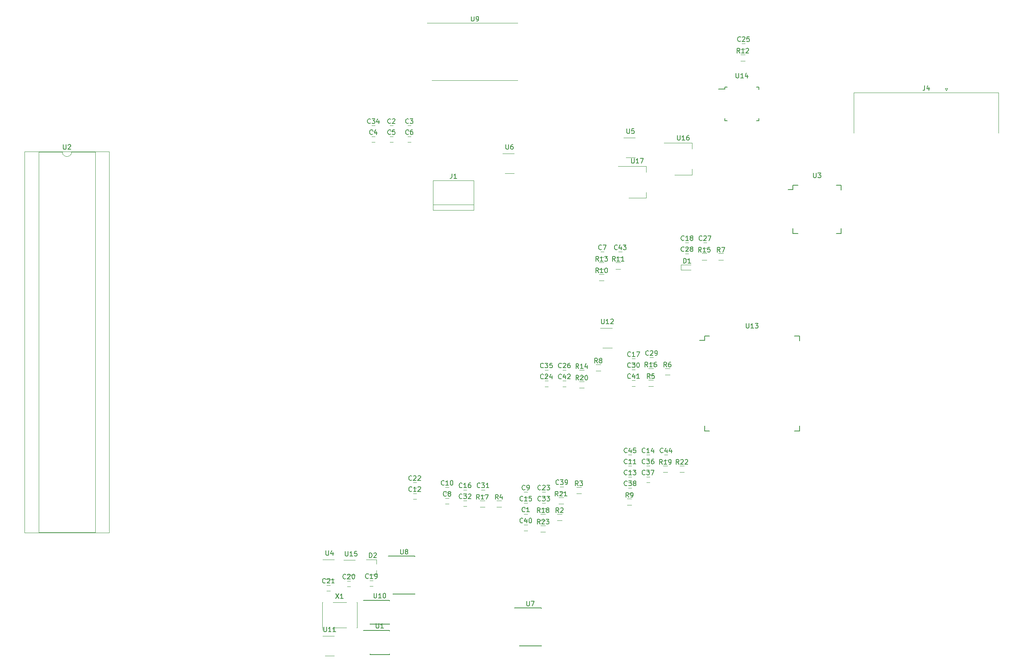
<source format=gbr>
G04 #@! TF.GenerationSoftware,KiCad,Pcbnew,(5.1.2)-1*
G04 #@! TF.CreationDate,2019-05-19T18:00:29-05:00*
G04 #@! TF.ProjectId,m68k,6d36386b-2e6b-4696-9361-645f70636258,rev?*
G04 #@! TF.SameCoordinates,Original*
G04 #@! TF.FileFunction,Legend,Top*
G04 #@! TF.FilePolarity,Positive*
%FSLAX46Y46*%
G04 Gerber Fmt 4.6, Leading zero omitted, Abs format (unit mm)*
G04 Created by KiCad (PCBNEW (5.1.2)-1) date 2019-05-19 18:00:29*
%MOMM*%
%LPD*%
G04 APERTURE LIST*
%ADD10C,0.120000*%
%ADD11C,0.150000*%
%ADD12C,0.100000*%
G04 APERTURE END LIST*
D10*
X135075001Y-156315001D02*
X134375001Y-156315001D01*
X134375001Y-155115001D02*
X135075001Y-155115001D01*
X105600001Y-72015001D02*
X106300001Y-72015001D01*
X106300001Y-73215001D02*
X105600001Y-73215001D01*
X109450001Y-72015001D02*
X110150001Y-72015001D01*
X110150001Y-73215001D02*
X109450001Y-73215001D01*
X102450001Y-75565001D02*
X101750001Y-75565001D01*
X101750001Y-74365001D02*
X102450001Y-74365001D01*
X106300001Y-75565001D02*
X105600001Y-75565001D01*
X105600001Y-74365001D02*
X106300001Y-74365001D01*
X109450001Y-74365001D02*
X110150001Y-74365001D01*
X110150001Y-75565001D02*
X109450001Y-75565001D01*
X150750001Y-99000001D02*
X151450001Y-99000001D01*
X151450001Y-100200001D02*
X150750001Y-100200001D01*
X118225001Y-152940001D02*
X117525001Y-152940001D01*
X117525001Y-151740001D02*
X118225001Y-151740001D01*
X134375001Y-150415001D02*
X135075001Y-150415001D01*
X135075001Y-151615001D02*
X134375001Y-151615001D01*
X118225001Y-150590001D02*
X117525001Y-150590001D01*
X117525001Y-149390001D02*
X118225001Y-149390001D01*
X156710001Y-144815001D02*
X157410001Y-144815001D01*
X157410001Y-146015001D02*
X156710001Y-146015001D01*
X110600001Y-150740001D02*
X111300001Y-150740001D01*
X111300001Y-151940001D02*
X110600001Y-151940001D01*
X157410001Y-148365001D02*
X156710001Y-148365001D01*
X156710001Y-147165001D02*
X157410001Y-147165001D01*
X161260001Y-143665001D02*
X160560001Y-143665001D01*
X160560001Y-142465001D02*
X161260001Y-142465001D01*
X135075001Y-153965001D02*
X134375001Y-153965001D01*
X134375001Y-152765001D02*
X135075001Y-152765001D01*
X121375001Y-149940001D02*
X122075001Y-149940001D01*
X122075001Y-151140001D02*
X121375001Y-151140001D01*
X157450001Y-121865001D02*
X158150001Y-121865001D01*
X158150001Y-123065001D02*
X157450001Y-123065001D01*
X168900001Y-97050001D02*
X169600001Y-97050001D01*
X169600001Y-98250001D02*
X168900001Y-98250001D01*
X102025001Y-170550001D02*
X101325001Y-170550001D01*
X101325001Y-169350001D02*
X102025001Y-169350001D01*
X97175001Y-170650001D02*
X96475001Y-170650001D01*
X96475001Y-169450001D02*
X97175001Y-169450001D01*
X92825001Y-171550001D02*
X92125001Y-171550001D01*
X92125001Y-170350001D02*
X92825001Y-170350001D01*
X110600001Y-148390001D02*
X111300001Y-148390001D01*
X111300001Y-149590001D02*
X110600001Y-149590001D01*
X138925001Y-151615001D02*
X138225001Y-151615001D01*
X138225001Y-150415001D02*
X138925001Y-150415001D01*
X138800001Y-126650001D02*
X139500001Y-126650001D01*
X139500001Y-127850001D02*
X138800001Y-127850001D01*
X181000001Y-54475001D02*
X181700001Y-54475001D01*
X181700001Y-55675001D02*
X181000001Y-55675001D01*
X143350001Y-125500001D02*
X142650001Y-125500001D01*
X142650001Y-124300001D02*
X143350001Y-124300001D01*
X173450001Y-98250001D02*
X172750001Y-98250001D01*
X172750001Y-97050001D02*
X173450001Y-97050001D01*
X169600001Y-100600001D02*
X168900001Y-100600001D01*
X168900001Y-99400001D02*
X169600001Y-99400001D01*
X161300001Y-121625001D02*
X162000001Y-121625001D01*
X162000001Y-122825001D02*
X161300001Y-122825001D01*
X157450001Y-124215001D02*
X158150001Y-124215001D01*
X158150001Y-125415001D02*
X157450001Y-125415001D01*
X125225001Y-149940001D02*
X125925001Y-149940001D01*
X125925001Y-151140001D02*
X125225001Y-151140001D01*
X121375001Y-152290001D02*
X122075001Y-152290001D01*
X122075001Y-153490001D02*
X121375001Y-153490001D01*
X138225001Y-152765001D02*
X138925001Y-152765001D01*
X138925001Y-153965001D02*
X138225001Y-153965001D01*
X102450001Y-73215001D02*
X101750001Y-73215001D01*
X101750001Y-72015001D02*
X102450001Y-72015001D01*
X139500001Y-125500001D02*
X138800001Y-125500001D01*
X138800001Y-124300001D02*
X139500001Y-124300001D01*
X161260001Y-146015001D02*
X160560001Y-146015001D01*
X160560001Y-144815001D02*
X161260001Y-144815001D01*
X161260001Y-148365001D02*
X160560001Y-148365001D01*
X160560001Y-147165001D02*
X161260001Y-147165001D01*
X156710001Y-149515001D02*
X157410001Y-149515001D01*
X157410001Y-150715001D02*
X156710001Y-150715001D01*
X142075001Y-149265001D02*
X142775001Y-149265001D01*
X142775001Y-150465001D02*
X142075001Y-150465001D01*
X135075001Y-158665001D02*
X134375001Y-158665001D01*
X134375001Y-157465001D02*
X135075001Y-157465001D01*
X158150001Y-127765001D02*
X157450001Y-127765001D01*
X157450001Y-126565001D02*
X158150001Y-126565001D01*
X142650001Y-126650001D02*
X143350001Y-126650001D01*
X143350001Y-127850001D02*
X142650001Y-127850001D01*
X155300001Y-100200001D02*
X154600001Y-100200001D01*
X154600001Y-99000001D02*
X155300001Y-99000001D01*
X164410001Y-142465001D02*
X165110001Y-142465001D01*
X165110001Y-143665001D02*
X164410001Y-143665001D01*
X156710001Y-142465001D02*
X157410001Y-142465001D01*
X157410001Y-143665001D02*
X156710001Y-143665001D01*
X167950001Y-101800001D02*
X170050001Y-101800001D01*
X167950001Y-102940001D02*
X170050001Y-102940001D01*
X167950001Y-101800001D02*
X167950001Y-102940001D01*
X102735001Y-168080001D02*
X101275001Y-168080001D01*
X102735001Y-164920001D02*
X100575001Y-164920001D01*
X102735001Y-164920001D02*
X102735001Y-165850001D01*
X102735001Y-168080001D02*
X102735001Y-167150001D01*
X114900001Y-90135001D02*
X114900001Y-83725001D01*
X123600001Y-88905001D02*
X114900001Y-88905001D01*
X123600001Y-83725001D02*
X123600001Y-90135001D01*
X114900001Y-83725001D02*
X123600001Y-83725001D01*
X114900001Y-90135001D02*
X123600001Y-90135001D01*
X224795000Y-64513675D02*
X224545000Y-64080662D01*
X225045000Y-64080662D02*
X224795000Y-64513675D01*
X224545000Y-64080662D02*
X225045000Y-64080662D01*
X235965000Y-64975000D02*
X235965000Y-73575000D01*
X204995000Y-64975000D02*
X235965000Y-64975000D01*
X204995000Y-73575000D02*
X204995000Y-64975000D01*
X141475001Y-155100001D02*
X142475001Y-155100001D01*
X142475001Y-156460001D02*
X141475001Y-156460001D01*
X145625001Y-149380001D02*
X146625001Y-149380001D01*
X146625001Y-150740001D02*
X145625001Y-150740001D01*
X128475001Y-152275001D02*
X129475001Y-152275001D01*
X129475001Y-153635001D02*
X128475001Y-153635001D01*
X162000001Y-127800001D02*
X161000001Y-127800001D01*
X161000001Y-126440001D02*
X162000001Y-126440001D01*
X165550001Y-125320001D02*
X164550001Y-125320001D01*
X164550001Y-123960001D02*
X165550001Y-123960001D01*
X177000001Y-100745001D02*
X176000001Y-100745001D01*
X176000001Y-99385001D02*
X177000001Y-99385001D01*
X150750001Y-124485001D02*
X149750001Y-124485001D01*
X149750001Y-123125001D02*
X150750001Y-123125001D01*
X157410001Y-153210001D02*
X156410001Y-153210001D01*
X156410001Y-151850001D02*
X157410001Y-151850001D01*
X150450001Y-103815001D02*
X151450001Y-103815001D01*
X151450001Y-105175001D02*
X150450001Y-105175001D01*
X155000001Y-102695001D02*
X154000001Y-102695001D01*
X154000001Y-101335001D02*
X155000001Y-101335001D01*
X180700001Y-56810001D02*
X181700001Y-56810001D01*
X181700001Y-58170001D02*
X180700001Y-58170001D01*
X150450001Y-101335001D02*
X151450001Y-101335001D01*
X151450001Y-102695001D02*
X150450001Y-102695001D01*
X147200001Y-125645001D02*
X146200001Y-125645001D01*
X146200001Y-124285001D02*
X147200001Y-124285001D01*
X172450001Y-99385001D02*
X173450001Y-99385001D01*
X173450001Y-100745001D02*
X172450001Y-100745001D01*
X162000001Y-125320001D02*
X161000001Y-125320001D01*
X161000001Y-123960001D02*
X162000001Y-123960001D01*
X124925001Y-152275001D02*
X125925001Y-152275001D01*
X125925001Y-153635001D02*
X124925001Y-153635001D01*
X138925001Y-156460001D02*
X137925001Y-156460001D01*
X137925001Y-155100001D02*
X138925001Y-155100001D01*
X165110001Y-146160001D02*
X164110001Y-146160001D01*
X164110001Y-144800001D02*
X165110001Y-144800001D01*
X146200001Y-126765001D02*
X147200001Y-126765001D01*
X147200001Y-128125001D02*
X146200001Y-128125001D01*
X141775001Y-151600001D02*
X142775001Y-151600001D01*
X142775001Y-152960001D02*
X141775001Y-152960001D01*
X168660001Y-146160001D02*
X167660001Y-146160001D01*
X167660001Y-144800001D02*
X168660001Y-144800001D01*
X137925001Y-157580001D02*
X138925001Y-157580001D01*
X138925001Y-158940001D02*
X137925001Y-158940001D01*
D11*
X101380001Y-180065001D02*
X99980001Y-180065001D01*
X101380001Y-185165001D02*
X105530001Y-185165001D01*
X101380001Y-180015001D02*
X105530001Y-180015001D01*
X101380001Y-185165001D02*
X101380001Y-185020001D01*
X105530001Y-185165001D02*
X105530001Y-185020001D01*
X105530001Y-180015001D02*
X105530001Y-180160001D01*
X101380001Y-180015001D02*
X101380001Y-180065001D01*
D10*
X45555000Y-77585000D02*
X27435000Y-77585000D01*
X45555000Y-159105000D02*
X45555000Y-77585000D01*
X27435000Y-159105000D02*
X45555000Y-159105000D01*
X27435000Y-77585000D02*
X27435000Y-159105000D01*
X42555000Y-77645000D02*
X37495000Y-77645000D01*
X42555000Y-159045000D02*
X42555000Y-77645000D01*
X30435000Y-159045000D02*
X42555000Y-159045000D01*
X30435000Y-77645000D02*
X30435000Y-159045000D01*
X35495000Y-77645000D02*
X30435000Y-77645000D01*
X37495000Y-77645000D02*
G75*
G02X35495000Y-77645000I-1000000J0D01*
G01*
D11*
X191925000Y-85750000D02*
X190900000Y-85750000D01*
X202275000Y-84750000D02*
X201200000Y-84750000D01*
X202275000Y-95100000D02*
X201200000Y-95100000D01*
X191925000Y-95100000D02*
X193000000Y-95100000D01*
X191925000Y-84750000D02*
X193000000Y-84750000D01*
X191925000Y-95100000D02*
X191925000Y-94025000D01*
X202275000Y-95100000D02*
X202275000Y-94025000D01*
X202275000Y-84750000D02*
X202275000Y-85825000D01*
X191925000Y-84750000D02*
X191925000Y-85750000D01*
D10*
X93725001Y-169100001D02*
X91725001Y-169100001D01*
X93725001Y-164900001D02*
X91225001Y-164900001D01*
X158150001Y-74665001D02*
X155650001Y-74665001D01*
X158150001Y-78865001D02*
X156150001Y-78865001D01*
X132250000Y-78025000D02*
X129750000Y-78025000D01*
X132250000Y-82225000D02*
X130250000Y-82225000D01*
D11*
X138025000Y-175250000D02*
X138025000Y-175275000D01*
X138025000Y-183300000D02*
X138025000Y-183275000D01*
X133375000Y-183300000D02*
X133375000Y-183275000D01*
X132300000Y-175200000D02*
X138025000Y-175200000D01*
X133375000Y-183300000D02*
X138025000Y-183300000D01*
X106350001Y-172215001D02*
X111000001Y-172215001D01*
X105275001Y-164115001D02*
X111000001Y-164115001D01*
X106350001Y-172215001D02*
X106350001Y-172190001D01*
X111000001Y-172215001D02*
X111000001Y-172190001D01*
X111000001Y-164165001D02*
X111000001Y-164190001D01*
D12*
X133025000Y-50105000D02*
X113625000Y-50105000D01*
D10*
X114625000Y-62345000D02*
X133025000Y-62345000D01*
D11*
X101380001Y-173565001D02*
X101380001Y-173615001D01*
X105530001Y-173565001D02*
X105530001Y-173710001D01*
X105530001Y-178715001D02*
X105530001Y-178570001D01*
X101380001Y-178715001D02*
X101380001Y-178570001D01*
X101380001Y-173565001D02*
X105530001Y-173565001D01*
X101380001Y-178715001D02*
X105530001Y-178715001D01*
X101380001Y-173615001D02*
X99980001Y-173615001D01*
D10*
X93725001Y-181240001D02*
X91225001Y-181240001D01*
X93725001Y-185440001D02*
X91725001Y-185440001D01*
X153200000Y-119575000D02*
X151200000Y-119575000D01*
X153200000Y-115375000D02*
X150700000Y-115375000D01*
D11*
X173000000Y-118000000D02*
X171900000Y-118000000D01*
X193350000Y-117000000D02*
X192275000Y-117000000D01*
X193350000Y-137350000D02*
X192275000Y-137350000D01*
X173000000Y-137350000D02*
X174075000Y-137350000D01*
X173000000Y-117000000D02*
X174075000Y-117000000D01*
X173000000Y-137350000D02*
X173000000Y-136275000D01*
X193350000Y-137350000D02*
X193350000Y-136275000D01*
X193350000Y-117000000D02*
X193350000Y-118075000D01*
X173000000Y-117000000D02*
X173000000Y-118000000D01*
X177375000Y-64200000D02*
X176000000Y-64200000D01*
X184625000Y-63750000D02*
X184100000Y-63750000D01*
X184625000Y-71000000D02*
X184100000Y-71000000D01*
X177375000Y-71000000D02*
X177900000Y-71000000D01*
X177375000Y-63750000D02*
X177900000Y-63750000D01*
X177375000Y-71000000D02*
X177375000Y-70475000D01*
X184625000Y-71000000D02*
X184625000Y-70475000D01*
X184625000Y-63750000D02*
X184625000Y-64275000D01*
X177375000Y-63750000D02*
X177375000Y-64200000D01*
D10*
X98225001Y-164940001D02*
X95775001Y-164940001D01*
X96425001Y-168160001D02*
X98225001Y-168160001D01*
X170360001Y-82585001D02*
X170360001Y-81325001D01*
X170360001Y-75765001D02*
X170360001Y-77025001D01*
X166600001Y-82585001D02*
X170360001Y-82585001D01*
X164350001Y-75765001D02*
X170360001Y-75765001D01*
X154500001Y-80705001D02*
X160510001Y-80705001D01*
X156750001Y-87525001D02*
X160510001Y-87525001D01*
X160510001Y-80705001D02*
X160510001Y-81965001D01*
X160510001Y-87525001D02*
X160510001Y-86265001D01*
X93435001Y-179480001D02*
X93435001Y-179940001D01*
X96315001Y-179480001D02*
X93435001Y-179480001D01*
X91175001Y-174000001D02*
X91235001Y-174000001D01*
X91175001Y-179480001D02*
X91175001Y-174000001D01*
X91235001Y-179480001D02*
X91175001Y-179480001D01*
X91235001Y-179940001D02*
X91235001Y-179480001D01*
X93435001Y-174000001D02*
X96315001Y-174000001D01*
X98575001Y-179480001D02*
X98515001Y-179480001D01*
X98575001Y-174000001D02*
X98575001Y-179480001D01*
X98515001Y-174000001D02*
X98575001Y-174000001D01*
D11*
X134558334Y-154572143D02*
X134510715Y-154619762D01*
X134367858Y-154667381D01*
X134272620Y-154667381D01*
X134129762Y-154619762D01*
X134034524Y-154524524D01*
X133986905Y-154429286D01*
X133939286Y-154238810D01*
X133939286Y-154095953D01*
X133986905Y-153905477D01*
X134034524Y-153810239D01*
X134129762Y-153715001D01*
X134272620Y-153667381D01*
X134367858Y-153667381D01*
X134510715Y-153715001D01*
X134558334Y-153762620D01*
X135510715Y-154667381D02*
X134939286Y-154667381D01*
X135225001Y-154667381D02*
X135225001Y-153667381D01*
X135129762Y-153810239D01*
X135034524Y-153905477D01*
X134939286Y-153953096D01*
X105783334Y-71472143D02*
X105735715Y-71519762D01*
X105592858Y-71567381D01*
X105497620Y-71567381D01*
X105354762Y-71519762D01*
X105259524Y-71424524D01*
X105211905Y-71329286D01*
X105164286Y-71138810D01*
X105164286Y-70995953D01*
X105211905Y-70805477D01*
X105259524Y-70710239D01*
X105354762Y-70615001D01*
X105497620Y-70567381D01*
X105592858Y-70567381D01*
X105735715Y-70615001D01*
X105783334Y-70662620D01*
X106164286Y-70662620D02*
X106211905Y-70615001D01*
X106307143Y-70567381D01*
X106545239Y-70567381D01*
X106640477Y-70615001D01*
X106688096Y-70662620D01*
X106735715Y-70757858D01*
X106735715Y-70853096D01*
X106688096Y-70995953D01*
X106116667Y-71567381D01*
X106735715Y-71567381D01*
X109633334Y-71472143D02*
X109585715Y-71519762D01*
X109442858Y-71567381D01*
X109347620Y-71567381D01*
X109204762Y-71519762D01*
X109109524Y-71424524D01*
X109061905Y-71329286D01*
X109014286Y-71138810D01*
X109014286Y-70995953D01*
X109061905Y-70805477D01*
X109109524Y-70710239D01*
X109204762Y-70615001D01*
X109347620Y-70567381D01*
X109442858Y-70567381D01*
X109585715Y-70615001D01*
X109633334Y-70662620D01*
X109966667Y-70567381D02*
X110585715Y-70567381D01*
X110252381Y-70948334D01*
X110395239Y-70948334D01*
X110490477Y-70995953D01*
X110538096Y-71043572D01*
X110585715Y-71138810D01*
X110585715Y-71376905D01*
X110538096Y-71472143D01*
X110490477Y-71519762D01*
X110395239Y-71567381D01*
X110109524Y-71567381D01*
X110014286Y-71519762D01*
X109966667Y-71472143D01*
X101933334Y-73822143D02*
X101885715Y-73869762D01*
X101742858Y-73917381D01*
X101647620Y-73917381D01*
X101504762Y-73869762D01*
X101409524Y-73774524D01*
X101361905Y-73679286D01*
X101314286Y-73488810D01*
X101314286Y-73345953D01*
X101361905Y-73155477D01*
X101409524Y-73060239D01*
X101504762Y-72965001D01*
X101647620Y-72917381D01*
X101742858Y-72917381D01*
X101885715Y-72965001D01*
X101933334Y-73012620D01*
X102790477Y-73250715D02*
X102790477Y-73917381D01*
X102552381Y-72869762D02*
X102314286Y-73584048D01*
X102933334Y-73584048D01*
X105783334Y-73822143D02*
X105735715Y-73869762D01*
X105592858Y-73917381D01*
X105497620Y-73917381D01*
X105354762Y-73869762D01*
X105259524Y-73774524D01*
X105211905Y-73679286D01*
X105164286Y-73488810D01*
X105164286Y-73345953D01*
X105211905Y-73155477D01*
X105259524Y-73060239D01*
X105354762Y-72965001D01*
X105497620Y-72917381D01*
X105592858Y-72917381D01*
X105735715Y-72965001D01*
X105783334Y-73012620D01*
X106688096Y-72917381D02*
X106211905Y-72917381D01*
X106164286Y-73393572D01*
X106211905Y-73345953D01*
X106307143Y-73298334D01*
X106545239Y-73298334D01*
X106640477Y-73345953D01*
X106688096Y-73393572D01*
X106735715Y-73488810D01*
X106735715Y-73726905D01*
X106688096Y-73822143D01*
X106640477Y-73869762D01*
X106545239Y-73917381D01*
X106307143Y-73917381D01*
X106211905Y-73869762D01*
X106164286Y-73822143D01*
X109633334Y-73822143D02*
X109585715Y-73869762D01*
X109442858Y-73917381D01*
X109347620Y-73917381D01*
X109204762Y-73869762D01*
X109109524Y-73774524D01*
X109061905Y-73679286D01*
X109014286Y-73488810D01*
X109014286Y-73345953D01*
X109061905Y-73155477D01*
X109109524Y-73060239D01*
X109204762Y-72965001D01*
X109347620Y-72917381D01*
X109442858Y-72917381D01*
X109585715Y-72965001D01*
X109633334Y-73012620D01*
X110490477Y-72917381D02*
X110300001Y-72917381D01*
X110204762Y-72965001D01*
X110157143Y-73012620D01*
X110061905Y-73155477D01*
X110014286Y-73345953D01*
X110014286Y-73726905D01*
X110061905Y-73822143D01*
X110109524Y-73869762D01*
X110204762Y-73917381D01*
X110395239Y-73917381D01*
X110490477Y-73869762D01*
X110538096Y-73822143D01*
X110585715Y-73726905D01*
X110585715Y-73488810D01*
X110538096Y-73393572D01*
X110490477Y-73345953D01*
X110395239Y-73298334D01*
X110204762Y-73298334D01*
X110109524Y-73345953D01*
X110061905Y-73393572D01*
X110014286Y-73488810D01*
X150933334Y-98457143D02*
X150885715Y-98504762D01*
X150742858Y-98552381D01*
X150647620Y-98552381D01*
X150504762Y-98504762D01*
X150409524Y-98409524D01*
X150361905Y-98314286D01*
X150314286Y-98123810D01*
X150314286Y-97980953D01*
X150361905Y-97790477D01*
X150409524Y-97695239D01*
X150504762Y-97600001D01*
X150647620Y-97552381D01*
X150742858Y-97552381D01*
X150885715Y-97600001D01*
X150933334Y-97647620D01*
X151266667Y-97552381D02*
X151933334Y-97552381D01*
X151504762Y-98552381D01*
X117708334Y-151197143D02*
X117660715Y-151244762D01*
X117517858Y-151292381D01*
X117422620Y-151292381D01*
X117279762Y-151244762D01*
X117184524Y-151149524D01*
X117136905Y-151054286D01*
X117089286Y-150863810D01*
X117089286Y-150720953D01*
X117136905Y-150530477D01*
X117184524Y-150435239D01*
X117279762Y-150340001D01*
X117422620Y-150292381D01*
X117517858Y-150292381D01*
X117660715Y-150340001D01*
X117708334Y-150387620D01*
X118279762Y-150720953D02*
X118184524Y-150673334D01*
X118136905Y-150625715D01*
X118089286Y-150530477D01*
X118089286Y-150482858D01*
X118136905Y-150387620D01*
X118184524Y-150340001D01*
X118279762Y-150292381D01*
X118470239Y-150292381D01*
X118565477Y-150340001D01*
X118613096Y-150387620D01*
X118660715Y-150482858D01*
X118660715Y-150530477D01*
X118613096Y-150625715D01*
X118565477Y-150673334D01*
X118470239Y-150720953D01*
X118279762Y-150720953D01*
X118184524Y-150768572D01*
X118136905Y-150816191D01*
X118089286Y-150911429D01*
X118089286Y-151101905D01*
X118136905Y-151197143D01*
X118184524Y-151244762D01*
X118279762Y-151292381D01*
X118470239Y-151292381D01*
X118565477Y-151244762D01*
X118613096Y-151197143D01*
X118660715Y-151101905D01*
X118660715Y-150911429D01*
X118613096Y-150816191D01*
X118565477Y-150768572D01*
X118470239Y-150720953D01*
X134558334Y-149872143D02*
X134510715Y-149919762D01*
X134367858Y-149967381D01*
X134272620Y-149967381D01*
X134129762Y-149919762D01*
X134034524Y-149824524D01*
X133986905Y-149729286D01*
X133939286Y-149538810D01*
X133939286Y-149395953D01*
X133986905Y-149205477D01*
X134034524Y-149110239D01*
X134129762Y-149015001D01*
X134272620Y-148967381D01*
X134367858Y-148967381D01*
X134510715Y-149015001D01*
X134558334Y-149062620D01*
X135034524Y-149967381D02*
X135225001Y-149967381D01*
X135320239Y-149919762D01*
X135367858Y-149872143D01*
X135463096Y-149729286D01*
X135510715Y-149538810D01*
X135510715Y-149157858D01*
X135463096Y-149062620D01*
X135415477Y-149015001D01*
X135320239Y-148967381D01*
X135129762Y-148967381D01*
X135034524Y-149015001D01*
X134986905Y-149062620D01*
X134939286Y-149157858D01*
X134939286Y-149395953D01*
X134986905Y-149491191D01*
X135034524Y-149538810D01*
X135129762Y-149586429D01*
X135320239Y-149586429D01*
X135415477Y-149538810D01*
X135463096Y-149491191D01*
X135510715Y-149395953D01*
X117232143Y-148847143D02*
X117184524Y-148894762D01*
X117041667Y-148942381D01*
X116946429Y-148942381D01*
X116803572Y-148894762D01*
X116708334Y-148799524D01*
X116660715Y-148704286D01*
X116613096Y-148513810D01*
X116613096Y-148370953D01*
X116660715Y-148180477D01*
X116708334Y-148085239D01*
X116803572Y-147990001D01*
X116946429Y-147942381D01*
X117041667Y-147942381D01*
X117184524Y-147990001D01*
X117232143Y-148037620D01*
X118184524Y-148942381D02*
X117613096Y-148942381D01*
X117898810Y-148942381D02*
X117898810Y-147942381D01*
X117803572Y-148085239D01*
X117708334Y-148180477D01*
X117613096Y-148228096D01*
X118803572Y-147942381D02*
X118898810Y-147942381D01*
X118994048Y-147990001D01*
X119041667Y-148037620D01*
X119089286Y-148132858D01*
X119136905Y-148323334D01*
X119136905Y-148561429D01*
X119089286Y-148751905D01*
X119041667Y-148847143D01*
X118994048Y-148894762D01*
X118898810Y-148942381D01*
X118803572Y-148942381D01*
X118708334Y-148894762D01*
X118660715Y-148847143D01*
X118613096Y-148751905D01*
X118565477Y-148561429D01*
X118565477Y-148323334D01*
X118613096Y-148132858D01*
X118660715Y-148037620D01*
X118708334Y-147990001D01*
X118803572Y-147942381D01*
X156417143Y-144272143D02*
X156369524Y-144319762D01*
X156226667Y-144367381D01*
X156131429Y-144367381D01*
X155988572Y-144319762D01*
X155893334Y-144224524D01*
X155845715Y-144129286D01*
X155798096Y-143938810D01*
X155798096Y-143795953D01*
X155845715Y-143605477D01*
X155893334Y-143510239D01*
X155988572Y-143415001D01*
X156131429Y-143367381D01*
X156226667Y-143367381D01*
X156369524Y-143415001D01*
X156417143Y-143462620D01*
X157369524Y-144367381D02*
X156798096Y-144367381D01*
X157083810Y-144367381D02*
X157083810Y-143367381D01*
X156988572Y-143510239D01*
X156893334Y-143605477D01*
X156798096Y-143653096D01*
X158321905Y-144367381D02*
X157750477Y-144367381D01*
X158036191Y-144367381D02*
X158036191Y-143367381D01*
X157940953Y-143510239D01*
X157845715Y-143605477D01*
X157750477Y-143653096D01*
X110307143Y-150197143D02*
X110259524Y-150244762D01*
X110116667Y-150292381D01*
X110021429Y-150292381D01*
X109878572Y-150244762D01*
X109783334Y-150149524D01*
X109735715Y-150054286D01*
X109688096Y-149863810D01*
X109688096Y-149720953D01*
X109735715Y-149530477D01*
X109783334Y-149435239D01*
X109878572Y-149340001D01*
X110021429Y-149292381D01*
X110116667Y-149292381D01*
X110259524Y-149340001D01*
X110307143Y-149387620D01*
X111259524Y-150292381D02*
X110688096Y-150292381D01*
X110973810Y-150292381D02*
X110973810Y-149292381D01*
X110878572Y-149435239D01*
X110783334Y-149530477D01*
X110688096Y-149578096D01*
X111640477Y-149387620D02*
X111688096Y-149340001D01*
X111783334Y-149292381D01*
X112021429Y-149292381D01*
X112116667Y-149340001D01*
X112164286Y-149387620D01*
X112211905Y-149482858D01*
X112211905Y-149578096D01*
X112164286Y-149720953D01*
X111592858Y-150292381D01*
X112211905Y-150292381D01*
X156417143Y-146622143D02*
X156369524Y-146669762D01*
X156226667Y-146717381D01*
X156131429Y-146717381D01*
X155988572Y-146669762D01*
X155893334Y-146574524D01*
X155845715Y-146479286D01*
X155798096Y-146288810D01*
X155798096Y-146145953D01*
X155845715Y-145955477D01*
X155893334Y-145860239D01*
X155988572Y-145765001D01*
X156131429Y-145717381D01*
X156226667Y-145717381D01*
X156369524Y-145765001D01*
X156417143Y-145812620D01*
X157369524Y-146717381D02*
X156798096Y-146717381D01*
X157083810Y-146717381D02*
X157083810Y-145717381D01*
X156988572Y-145860239D01*
X156893334Y-145955477D01*
X156798096Y-146003096D01*
X157702858Y-145717381D02*
X158321905Y-145717381D01*
X157988572Y-146098334D01*
X158131429Y-146098334D01*
X158226667Y-146145953D01*
X158274286Y-146193572D01*
X158321905Y-146288810D01*
X158321905Y-146526905D01*
X158274286Y-146622143D01*
X158226667Y-146669762D01*
X158131429Y-146717381D01*
X157845715Y-146717381D01*
X157750477Y-146669762D01*
X157702858Y-146622143D01*
X160267143Y-141922143D02*
X160219524Y-141969762D01*
X160076667Y-142017381D01*
X159981429Y-142017381D01*
X159838572Y-141969762D01*
X159743334Y-141874524D01*
X159695715Y-141779286D01*
X159648096Y-141588810D01*
X159648096Y-141445953D01*
X159695715Y-141255477D01*
X159743334Y-141160239D01*
X159838572Y-141065001D01*
X159981429Y-141017381D01*
X160076667Y-141017381D01*
X160219524Y-141065001D01*
X160267143Y-141112620D01*
X161219524Y-142017381D02*
X160648096Y-142017381D01*
X160933810Y-142017381D02*
X160933810Y-141017381D01*
X160838572Y-141160239D01*
X160743334Y-141255477D01*
X160648096Y-141303096D01*
X162076667Y-141350715D02*
X162076667Y-142017381D01*
X161838572Y-140969762D02*
X161600477Y-141684048D01*
X162219524Y-141684048D01*
X134082143Y-152222143D02*
X134034524Y-152269762D01*
X133891667Y-152317381D01*
X133796429Y-152317381D01*
X133653572Y-152269762D01*
X133558334Y-152174524D01*
X133510715Y-152079286D01*
X133463096Y-151888810D01*
X133463096Y-151745953D01*
X133510715Y-151555477D01*
X133558334Y-151460239D01*
X133653572Y-151365001D01*
X133796429Y-151317381D01*
X133891667Y-151317381D01*
X134034524Y-151365001D01*
X134082143Y-151412620D01*
X135034524Y-152317381D02*
X134463096Y-152317381D01*
X134748810Y-152317381D02*
X134748810Y-151317381D01*
X134653572Y-151460239D01*
X134558334Y-151555477D01*
X134463096Y-151603096D01*
X135939286Y-151317381D02*
X135463096Y-151317381D01*
X135415477Y-151793572D01*
X135463096Y-151745953D01*
X135558334Y-151698334D01*
X135796429Y-151698334D01*
X135891667Y-151745953D01*
X135939286Y-151793572D01*
X135986905Y-151888810D01*
X135986905Y-152126905D01*
X135939286Y-152222143D01*
X135891667Y-152269762D01*
X135796429Y-152317381D01*
X135558334Y-152317381D01*
X135463096Y-152269762D01*
X135415477Y-152222143D01*
X121082143Y-149397143D02*
X121034524Y-149444762D01*
X120891667Y-149492381D01*
X120796429Y-149492381D01*
X120653572Y-149444762D01*
X120558334Y-149349524D01*
X120510715Y-149254286D01*
X120463096Y-149063810D01*
X120463096Y-148920953D01*
X120510715Y-148730477D01*
X120558334Y-148635239D01*
X120653572Y-148540001D01*
X120796429Y-148492381D01*
X120891667Y-148492381D01*
X121034524Y-148540001D01*
X121082143Y-148587620D01*
X122034524Y-149492381D02*
X121463096Y-149492381D01*
X121748810Y-149492381D02*
X121748810Y-148492381D01*
X121653572Y-148635239D01*
X121558334Y-148730477D01*
X121463096Y-148778096D01*
X122891667Y-148492381D02*
X122701191Y-148492381D01*
X122605953Y-148540001D01*
X122558334Y-148587620D01*
X122463096Y-148730477D01*
X122415477Y-148920953D01*
X122415477Y-149301905D01*
X122463096Y-149397143D01*
X122510715Y-149444762D01*
X122605953Y-149492381D01*
X122796429Y-149492381D01*
X122891667Y-149444762D01*
X122939286Y-149397143D01*
X122986905Y-149301905D01*
X122986905Y-149063810D01*
X122939286Y-148968572D01*
X122891667Y-148920953D01*
X122796429Y-148873334D01*
X122605953Y-148873334D01*
X122510715Y-148920953D01*
X122463096Y-148968572D01*
X122415477Y-149063810D01*
X157157143Y-121322143D02*
X157109524Y-121369762D01*
X156966667Y-121417381D01*
X156871429Y-121417381D01*
X156728572Y-121369762D01*
X156633334Y-121274524D01*
X156585715Y-121179286D01*
X156538096Y-120988810D01*
X156538096Y-120845953D01*
X156585715Y-120655477D01*
X156633334Y-120560239D01*
X156728572Y-120465001D01*
X156871429Y-120417381D01*
X156966667Y-120417381D01*
X157109524Y-120465001D01*
X157157143Y-120512620D01*
X158109524Y-121417381D02*
X157538096Y-121417381D01*
X157823810Y-121417381D02*
X157823810Y-120417381D01*
X157728572Y-120560239D01*
X157633334Y-120655477D01*
X157538096Y-120703096D01*
X158442858Y-120417381D02*
X159109524Y-120417381D01*
X158680953Y-121417381D01*
X168607143Y-96507143D02*
X168559524Y-96554762D01*
X168416667Y-96602381D01*
X168321429Y-96602381D01*
X168178572Y-96554762D01*
X168083334Y-96459524D01*
X168035715Y-96364286D01*
X167988096Y-96173810D01*
X167988096Y-96030953D01*
X168035715Y-95840477D01*
X168083334Y-95745239D01*
X168178572Y-95650001D01*
X168321429Y-95602381D01*
X168416667Y-95602381D01*
X168559524Y-95650001D01*
X168607143Y-95697620D01*
X169559524Y-96602381D02*
X168988096Y-96602381D01*
X169273810Y-96602381D02*
X169273810Y-95602381D01*
X169178572Y-95745239D01*
X169083334Y-95840477D01*
X168988096Y-95888096D01*
X170130953Y-96030953D02*
X170035715Y-95983334D01*
X169988096Y-95935715D01*
X169940477Y-95840477D01*
X169940477Y-95792858D01*
X169988096Y-95697620D01*
X170035715Y-95650001D01*
X170130953Y-95602381D01*
X170321429Y-95602381D01*
X170416667Y-95650001D01*
X170464286Y-95697620D01*
X170511905Y-95792858D01*
X170511905Y-95840477D01*
X170464286Y-95935715D01*
X170416667Y-95983334D01*
X170321429Y-96030953D01*
X170130953Y-96030953D01*
X170035715Y-96078572D01*
X169988096Y-96126191D01*
X169940477Y-96221429D01*
X169940477Y-96411905D01*
X169988096Y-96507143D01*
X170035715Y-96554762D01*
X170130953Y-96602381D01*
X170321429Y-96602381D01*
X170416667Y-96554762D01*
X170464286Y-96507143D01*
X170511905Y-96411905D01*
X170511905Y-96221429D01*
X170464286Y-96126191D01*
X170416667Y-96078572D01*
X170321429Y-96030953D01*
X101032143Y-168807143D02*
X100984524Y-168854762D01*
X100841667Y-168902381D01*
X100746429Y-168902381D01*
X100603572Y-168854762D01*
X100508334Y-168759524D01*
X100460715Y-168664286D01*
X100413096Y-168473810D01*
X100413096Y-168330953D01*
X100460715Y-168140477D01*
X100508334Y-168045239D01*
X100603572Y-167950001D01*
X100746429Y-167902381D01*
X100841667Y-167902381D01*
X100984524Y-167950001D01*
X101032143Y-167997620D01*
X101984524Y-168902381D02*
X101413096Y-168902381D01*
X101698810Y-168902381D02*
X101698810Y-167902381D01*
X101603572Y-168045239D01*
X101508334Y-168140477D01*
X101413096Y-168188096D01*
X102460715Y-168902381D02*
X102651191Y-168902381D01*
X102746429Y-168854762D01*
X102794048Y-168807143D01*
X102889286Y-168664286D01*
X102936905Y-168473810D01*
X102936905Y-168092858D01*
X102889286Y-167997620D01*
X102841667Y-167950001D01*
X102746429Y-167902381D01*
X102555953Y-167902381D01*
X102460715Y-167950001D01*
X102413096Y-167997620D01*
X102365477Y-168092858D01*
X102365477Y-168330953D01*
X102413096Y-168426191D01*
X102460715Y-168473810D01*
X102555953Y-168521429D01*
X102746429Y-168521429D01*
X102841667Y-168473810D01*
X102889286Y-168426191D01*
X102936905Y-168330953D01*
X96182143Y-168907143D02*
X96134524Y-168954762D01*
X95991667Y-169002381D01*
X95896429Y-169002381D01*
X95753572Y-168954762D01*
X95658334Y-168859524D01*
X95610715Y-168764286D01*
X95563096Y-168573810D01*
X95563096Y-168430953D01*
X95610715Y-168240477D01*
X95658334Y-168145239D01*
X95753572Y-168050001D01*
X95896429Y-168002381D01*
X95991667Y-168002381D01*
X96134524Y-168050001D01*
X96182143Y-168097620D01*
X96563096Y-168097620D02*
X96610715Y-168050001D01*
X96705953Y-168002381D01*
X96944048Y-168002381D01*
X97039286Y-168050001D01*
X97086905Y-168097620D01*
X97134524Y-168192858D01*
X97134524Y-168288096D01*
X97086905Y-168430953D01*
X96515477Y-169002381D01*
X97134524Y-169002381D01*
X97753572Y-168002381D02*
X97848810Y-168002381D01*
X97944048Y-168050001D01*
X97991667Y-168097620D01*
X98039286Y-168192858D01*
X98086905Y-168383334D01*
X98086905Y-168621429D01*
X98039286Y-168811905D01*
X97991667Y-168907143D01*
X97944048Y-168954762D01*
X97848810Y-169002381D01*
X97753572Y-169002381D01*
X97658334Y-168954762D01*
X97610715Y-168907143D01*
X97563096Y-168811905D01*
X97515477Y-168621429D01*
X97515477Y-168383334D01*
X97563096Y-168192858D01*
X97610715Y-168097620D01*
X97658334Y-168050001D01*
X97753572Y-168002381D01*
X91832143Y-169807143D02*
X91784524Y-169854762D01*
X91641667Y-169902381D01*
X91546429Y-169902381D01*
X91403572Y-169854762D01*
X91308334Y-169759524D01*
X91260715Y-169664286D01*
X91213096Y-169473810D01*
X91213096Y-169330953D01*
X91260715Y-169140477D01*
X91308334Y-169045239D01*
X91403572Y-168950001D01*
X91546429Y-168902381D01*
X91641667Y-168902381D01*
X91784524Y-168950001D01*
X91832143Y-168997620D01*
X92213096Y-168997620D02*
X92260715Y-168950001D01*
X92355953Y-168902381D01*
X92594048Y-168902381D01*
X92689286Y-168950001D01*
X92736905Y-168997620D01*
X92784524Y-169092858D01*
X92784524Y-169188096D01*
X92736905Y-169330953D01*
X92165477Y-169902381D01*
X92784524Y-169902381D01*
X93736905Y-169902381D02*
X93165477Y-169902381D01*
X93451191Y-169902381D02*
X93451191Y-168902381D01*
X93355953Y-169045239D01*
X93260715Y-169140477D01*
X93165477Y-169188096D01*
X110307143Y-147847143D02*
X110259524Y-147894762D01*
X110116667Y-147942381D01*
X110021429Y-147942381D01*
X109878572Y-147894762D01*
X109783334Y-147799524D01*
X109735715Y-147704286D01*
X109688096Y-147513810D01*
X109688096Y-147370953D01*
X109735715Y-147180477D01*
X109783334Y-147085239D01*
X109878572Y-146990001D01*
X110021429Y-146942381D01*
X110116667Y-146942381D01*
X110259524Y-146990001D01*
X110307143Y-147037620D01*
X110688096Y-147037620D02*
X110735715Y-146990001D01*
X110830953Y-146942381D01*
X111069048Y-146942381D01*
X111164286Y-146990001D01*
X111211905Y-147037620D01*
X111259524Y-147132858D01*
X111259524Y-147228096D01*
X111211905Y-147370953D01*
X110640477Y-147942381D01*
X111259524Y-147942381D01*
X111640477Y-147037620D02*
X111688096Y-146990001D01*
X111783334Y-146942381D01*
X112021429Y-146942381D01*
X112116667Y-146990001D01*
X112164286Y-147037620D01*
X112211905Y-147132858D01*
X112211905Y-147228096D01*
X112164286Y-147370953D01*
X111592858Y-147942381D01*
X112211905Y-147942381D01*
X137932143Y-149872143D02*
X137884524Y-149919762D01*
X137741667Y-149967381D01*
X137646429Y-149967381D01*
X137503572Y-149919762D01*
X137408334Y-149824524D01*
X137360715Y-149729286D01*
X137313096Y-149538810D01*
X137313096Y-149395953D01*
X137360715Y-149205477D01*
X137408334Y-149110239D01*
X137503572Y-149015001D01*
X137646429Y-148967381D01*
X137741667Y-148967381D01*
X137884524Y-149015001D01*
X137932143Y-149062620D01*
X138313096Y-149062620D02*
X138360715Y-149015001D01*
X138455953Y-148967381D01*
X138694048Y-148967381D01*
X138789286Y-149015001D01*
X138836905Y-149062620D01*
X138884524Y-149157858D01*
X138884524Y-149253096D01*
X138836905Y-149395953D01*
X138265477Y-149967381D01*
X138884524Y-149967381D01*
X139217858Y-148967381D02*
X139836905Y-148967381D01*
X139503572Y-149348334D01*
X139646429Y-149348334D01*
X139741667Y-149395953D01*
X139789286Y-149443572D01*
X139836905Y-149538810D01*
X139836905Y-149776905D01*
X139789286Y-149872143D01*
X139741667Y-149919762D01*
X139646429Y-149967381D01*
X139360715Y-149967381D01*
X139265477Y-149919762D01*
X139217858Y-149872143D01*
X138507143Y-126107143D02*
X138459524Y-126154762D01*
X138316667Y-126202381D01*
X138221429Y-126202381D01*
X138078572Y-126154762D01*
X137983334Y-126059524D01*
X137935715Y-125964286D01*
X137888096Y-125773810D01*
X137888096Y-125630953D01*
X137935715Y-125440477D01*
X137983334Y-125345239D01*
X138078572Y-125250001D01*
X138221429Y-125202381D01*
X138316667Y-125202381D01*
X138459524Y-125250001D01*
X138507143Y-125297620D01*
X138888096Y-125297620D02*
X138935715Y-125250001D01*
X139030953Y-125202381D01*
X139269048Y-125202381D01*
X139364286Y-125250001D01*
X139411905Y-125297620D01*
X139459524Y-125392858D01*
X139459524Y-125488096D01*
X139411905Y-125630953D01*
X138840477Y-126202381D01*
X139459524Y-126202381D01*
X140316667Y-125535715D02*
X140316667Y-126202381D01*
X140078572Y-125154762D02*
X139840477Y-125869048D01*
X140459524Y-125869048D01*
X180707143Y-53932143D02*
X180659524Y-53979762D01*
X180516667Y-54027381D01*
X180421429Y-54027381D01*
X180278572Y-53979762D01*
X180183334Y-53884524D01*
X180135715Y-53789286D01*
X180088096Y-53598810D01*
X180088096Y-53455953D01*
X180135715Y-53265477D01*
X180183334Y-53170239D01*
X180278572Y-53075001D01*
X180421429Y-53027381D01*
X180516667Y-53027381D01*
X180659524Y-53075001D01*
X180707143Y-53122620D01*
X181088096Y-53122620D02*
X181135715Y-53075001D01*
X181230953Y-53027381D01*
X181469048Y-53027381D01*
X181564286Y-53075001D01*
X181611905Y-53122620D01*
X181659524Y-53217858D01*
X181659524Y-53313096D01*
X181611905Y-53455953D01*
X181040477Y-54027381D01*
X181659524Y-54027381D01*
X182564286Y-53027381D02*
X182088096Y-53027381D01*
X182040477Y-53503572D01*
X182088096Y-53455953D01*
X182183334Y-53408334D01*
X182421429Y-53408334D01*
X182516667Y-53455953D01*
X182564286Y-53503572D01*
X182611905Y-53598810D01*
X182611905Y-53836905D01*
X182564286Y-53932143D01*
X182516667Y-53979762D01*
X182421429Y-54027381D01*
X182183334Y-54027381D01*
X182088096Y-53979762D01*
X182040477Y-53932143D01*
X142357143Y-123757143D02*
X142309524Y-123804762D01*
X142166667Y-123852381D01*
X142071429Y-123852381D01*
X141928572Y-123804762D01*
X141833334Y-123709524D01*
X141785715Y-123614286D01*
X141738096Y-123423810D01*
X141738096Y-123280953D01*
X141785715Y-123090477D01*
X141833334Y-122995239D01*
X141928572Y-122900001D01*
X142071429Y-122852381D01*
X142166667Y-122852381D01*
X142309524Y-122900001D01*
X142357143Y-122947620D01*
X142738096Y-122947620D02*
X142785715Y-122900001D01*
X142880953Y-122852381D01*
X143119048Y-122852381D01*
X143214286Y-122900001D01*
X143261905Y-122947620D01*
X143309524Y-123042858D01*
X143309524Y-123138096D01*
X143261905Y-123280953D01*
X142690477Y-123852381D01*
X143309524Y-123852381D01*
X144166667Y-122852381D02*
X143976191Y-122852381D01*
X143880953Y-122900001D01*
X143833334Y-122947620D01*
X143738096Y-123090477D01*
X143690477Y-123280953D01*
X143690477Y-123661905D01*
X143738096Y-123757143D01*
X143785715Y-123804762D01*
X143880953Y-123852381D01*
X144071429Y-123852381D01*
X144166667Y-123804762D01*
X144214286Y-123757143D01*
X144261905Y-123661905D01*
X144261905Y-123423810D01*
X144214286Y-123328572D01*
X144166667Y-123280953D01*
X144071429Y-123233334D01*
X143880953Y-123233334D01*
X143785715Y-123280953D01*
X143738096Y-123328572D01*
X143690477Y-123423810D01*
X172457143Y-96507143D02*
X172409524Y-96554762D01*
X172266667Y-96602381D01*
X172171429Y-96602381D01*
X172028572Y-96554762D01*
X171933334Y-96459524D01*
X171885715Y-96364286D01*
X171838096Y-96173810D01*
X171838096Y-96030953D01*
X171885715Y-95840477D01*
X171933334Y-95745239D01*
X172028572Y-95650001D01*
X172171429Y-95602381D01*
X172266667Y-95602381D01*
X172409524Y-95650001D01*
X172457143Y-95697620D01*
X172838096Y-95697620D02*
X172885715Y-95650001D01*
X172980953Y-95602381D01*
X173219048Y-95602381D01*
X173314286Y-95650001D01*
X173361905Y-95697620D01*
X173409524Y-95792858D01*
X173409524Y-95888096D01*
X173361905Y-96030953D01*
X172790477Y-96602381D01*
X173409524Y-96602381D01*
X173742858Y-95602381D02*
X174409524Y-95602381D01*
X173980953Y-96602381D01*
X168607143Y-98857143D02*
X168559524Y-98904762D01*
X168416667Y-98952381D01*
X168321429Y-98952381D01*
X168178572Y-98904762D01*
X168083334Y-98809524D01*
X168035715Y-98714286D01*
X167988096Y-98523810D01*
X167988096Y-98380953D01*
X168035715Y-98190477D01*
X168083334Y-98095239D01*
X168178572Y-98000001D01*
X168321429Y-97952381D01*
X168416667Y-97952381D01*
X168559524Y-98000001D01*
X168607143Y-98047620D01*
X168988096Y-98047620D02*
X169035715Y-98000001D01*
X169130953Y-97952381D01*
X169369048Y-97952381D01*
X169464286Y-98000001D01*
X169511905Y-98047620D01*
X169559524Y-98142858D01*
X169559524Y-98238096D01*
X169511905Y-98380953D01*
X168940477Y-98952381D01*
X169559524Y-98952381D01*
X170130953Y-98380953D02*
X170035715Y-98333334D01*
X169988096Y-98285715D01*
X169940477Y-98190477D01*
X169940477Y-98142858D01*
X169988096Y-98047620D01*
X170035715Y-98000001D01*
X170130953Y-97952381D01*
X170321429Y-97952381D01*
X170416667Y-98000001D01*
X170464286Y-98047620D01*
X170511905Y-98142858D01*
X170511905Y-98190477D01*
X170464286Y-98285715D01*
X170416667Y-98333334D01*
X170321429Y-98380953D01*
X170130953Y-98380953D01*
X170035715Y-98428572D01*
X169988096Y-98476191D01*
X169940477Y-98571429D01*
X169940477Y-98761905D01*
X169988096Y-98857143D01*
X170035715Y-98904762D01*
X170130953Y-98952381D01*
X170321429Y-98952381D01*
X170416667Y-98904762D01*
X170464286Y-98857143D01*
X170511905Y-98761905D01*
X170511905Y-98571429D01*
X170464286Y-98476191D01*
X170416667Y-98428572D01*
X170321429Y-98380953D01*
X161007143Y-121082143D02*
X160959524Y-121129762D01*
X160816667Y-121177381D01*
X160721429Y-121177381D01*
X160578572Y-121129762D01*
X160483334Y-121034524D01*
X160435715Y-120939286D01*
X160388096Y-120748810D01*
X160388096Y-120605953D01*
X160435715Y-120415477D01*
X160483334Y-120320239D01*
X160578572Y-120225001D01*
X160721429Y-120177381D01*
X160816667Y-120177381D01*
X160959524Y-120225001D01*
X161007143Y-120272620D01*
X161388096Y-120272620D02*
X161435715Y-120225001D01*
X161530953Y-120177381D01*
X161769048Y-120177381D01*
X161864286Y-120225001D01*
X161911905Y-120272620D01*
X161959524Y-120367858D01*
X161959524Y-120463096D01*
X161911905Y-120605953D01*
X161340477Y-121177381D01*
X161959524Y-121177381D01*
X162435715Y-121177381D02*
X162626191Y-121177381D01*
X162721429Y-121129762D01*
X162769048Y-121082143D01*
X162864286Y-120939286D01*
X162911905Y-120748810D01*
X162911905Y-120367858D01*
X162864286Y-120272620D01*
X162816667Y-120225001D01*
X162721429Y-120177381D01*
X162530953Y-120177381D01*
X162435715Y-120225001D01*
X162388096Y-120272620D01*
X162340477Y-120367858D01*
X162340477Y-120605953D01*
X162388096Y-120701191D01*
X162435715Y-120748810D01*
X162530953Y-120796429D01*
X162721429Y-120796429D01*
X162816667Y-120748810D01*
X162864286Y-120701191D01*
X162911905Y-120605953D01*
X157157143Y-123672143D02*
X157109524Y-123719762D01*
X156966667Y-123767381D01*
X156871429Y-123767381D01*
X156728572Y-123719762D01*
X156633334Y-123624524D01*
X156585715Y-123529286D01*
X156538096Y-123338810D01*
X156538096Y-123195953D01*
X156585715Y-123005477D01*
X156633334Y-122910239D01*
X156728572Y-122815001D01*
X156871429Y-122767381D01*
X156966667Y-122767381D01*
X157109524Y-122815001D01*
X157157143Y-122862620D01*
X157490477Y-122767381D02*
X158109524Y-122767381D01*
X157776191Y-123148334D01*
X157919048Y-123148334D01*
X158014286Y-123195953D01*
X158061905Y-123243572D01*
X158109524Y-123338810D01*
X158109524Y-123576905D01*
X158061905Y-123672143D01*
X158014286Y-123719762D01*
X157919048Y-123767381D01*
X157633334Y-123767381D01*
X157538096Y-123719762D01*
X157490477Y-123672143D01*
X158728572Y-122767381D02*
X158823810Y-122767381D01*
X158919048Y-122815001D01*
X158966667Y-122862620D01*
X159014286Y-122957858D01*
X159061905Y-123148334D01*
X159061905Y-123386429D01*
X159014286Y-123576905D01*
X158966667Y-123672143D01*
X158919048Y-123719762D01*
X158823810Y-123767381D01*
X158728572Y-123767381D01*
X158633334Y-123719762D01*
X158585715Y-123672143D01*
X158538096Y-123576905D01*
X158490477Y-123386429D01*
X158490477Y-123148334D01*
X158538096Y-122957858D01*
X158585715Y-122862620D01*
X158633334Y-122815001D01*
X158728572Y-122767381D01*
X124932143Y-149397143D02*
X124884524Y-149444762D01*
X124741667Y-149492381D01*
X124646429Y-149492381D01*
X124503572Y-149444762D01*
X124408334Y-149349524D01*
X124360715Y-149254286D01*
X124313096Y-149063810D01*
X124313096Y-148920953D01*
X124360715Y-148730477D01*
X124408334Y-148635239D01*
X124503572Y-148540001D01*
X124646429Y-148492381D01*
X124741667Y-148492381D01*
X124884524Y-148540001D01*
X124932143Y-148587620D01*
X125265477Y-148492381D02*
X125884524Y-148492381D01*
X125551191Y-148873334D01*
X125694048Y-148873334D01*
X125789286Y-148920953D01*
X125836905Y-148968572D01*
X125884524Y-149063810D01*
X125884524Y-149301905D01*
X125836905Y-149397143D01*
X125789286Y-149444762D01*
X125694048Y-149492381D01*
X125408334Y-149492381D01*
X125313096Y-149444762D01*
X125265477Y-149397143D01*
X126836905Y-149492381D02*
X126265477Y-149492381D01*
X126551191Y-149492381D02*
X126551191Y-148492381D01*
X126455953Y-148635239D01*
X126360715Y-148730477D01*
X126265477Y-148778096D01*
X121082143Y-151747143D02*
X121034524Y-151794762D01*
X120891667Y-151842381D01*
X120796429Y-151842381D01*
X120653572Y-151794762D01*
X120558334Y-151699524D01*
X120510715Y-151604286D01*
X120463096Y-151413810D01*
X120463096Y-151270953D01*
X120510715Y-151080477D01*
X120558334Y-150985239D01*
X120653572Y-150890001D01*
X120796429Y-150842381D01*
X120891667Y-150842381D01*
X121034524Y-150890001D01*
X121082143Y-150937620D01*
X121415477Y-150842381D02*
X122034524Y-150842381D01*
X121701191Y-151223334D01*
X121844048Y-151223334D01*
X121939286Y-151270953D01*
X121986905Y-151318572D01*
X122034524Y-151413810D01*
X122034524Y-151651905D01*
X121986905Y-151747143D01*
X121939286Y-151794762D01*
X121844048Y-151842381D01*
X121558334Y-151842381D01*
X121463096Y-151794762D01*
X121415477Y-151747143D01*
X122415477Y-150937620D02*
X122463096Y-150890001D01*
X122558334Y-150842381D01*
X122796429Y-150842381D01*
X122891667Y-150890001D01*
X122939286Y-150937620D01*
X122986905Y-151032858D01*
X122986905Y-151128096D01*
X122939286Y-151270953D01*
X122367858Y-151842381D01*
X122986905Y-151842381D01*
X137932143Y-152222143D02*
X137884524Y-152269762D01*
X137741667Y-152317381D01*
X137646429Y-152317381D01*
X137503572Y-152269762D01*
X137408334Y-152174524D01*
X137360715Y-152079286D01*
X137313096Y-151888810D01*
X137313096Y-151745953D01*
X137360715Y-151555477D01*
X137408334Y-151460239D01*
X137503572Y-151365001D01*
X137646429Y-151317381D01*
X137741667Y-151317381D01*
X137884524Y-151365001D01*
X137932143Y-151412620D01*
X138265477Y-151317381D02*
X138884524Y-151317381D01*
X138551191Y-151698334D01*
X138694048Y-151698334D01*
X138789286Y-151745953D01*
X138836905Y-151793572D01*
X138884524Y-151888810D01*
X138884524Y-152126905D01*
X138836905Y-152222143D01*
X138789286Y-152269762D01*
X138694048Y-152317381D01*
X138408334Y-152317381D01*
X138313096Y-152269762D01*
X138265477Y-152222143D01*
X139217858Y-151317381D02*
X139836905Y-151317381D01*
X139503572Y-151698334D01*
X139646429Y-151698334D01*
X139741667Y-151745953D01*
X139789286Y-151793572D01*
X139836905Y-151888810D01*
X139836905Y-152126905D01*
X139789286Y-152222143D01*
X139741667Y-152269762D01*
X139646429Y-152317381D01*
X139360715Y-152317381D01*
X139265477Y-152269762D01*
X139217858Y-152222143D01*
X101457143Y-71472143D02*
X101409524Y-71519762D01*
X101266667Y-71567381D01*
X101171429Y-71567381D01*
X101028572Y-71519762D01*
X100933334Y-71424524D01*
X100885715Y-71329286D01*
X100838096Y-71138810D01*
X100838096Y-70995953D01*
X100885715Y-70805477D01*
X100933334Y-70710239D01*
X101028572Y-70615001D01*
X101171429Y-70567381D01*
X101266667Y-70567381D01*
X101409524Y-70615001D01*
X101457143Y-70662620D01*
X101790477Y-70567381D02*
X102409524Y-70567381D01*
X102076191Y-70948334D01*
X102219048Y-70948334D01*
X102314286Y-70995953D01*
X102361905Y-71043572D01*
X102409524Y-71138810D01*
X102409524Y-71376905D01*
X102361905Y-71472143D01*
X102314286Y-71519762D01*
X102219048Y-71567381D01*
X101933334Y-71567381D01*
X101838096Y-71519762D01*
X101790477Y-71472143D01*
X103266667Y-70900715D02*
X103266667Y-71567381D01*
X103028572Y-70519762D02*
X102790477Y-71234048D01*
X103409524Y-71234048D01*
X138507143Y-123757143D02*
X138459524Y-123804762D01*
X138316667Y-123852381D01*
X138221429Y-123852381D01*
X138078572Y-123804762D01*
X137983334Y-123709524D01*
X137935715Y-123614286D01*
X137888096Y-123423810D01*
X137888096Y-123280953D01*
X137935715Y-123090477D01*
X137983334Y-122995239D01*
X138078572Y-122900001D01*
X138221429Y-122852381D01*
X138316667Y-122852381D01*
X138459524Y-122900001D01*
X138507143Y-122947620D01*
X138840477Y-122852381D02*
X139459524Y-122852381D01*
X139126191Y-123233334D01*
X139269048Y-123233334D01*
X139364286Y-123280953D01*
X139411905Y-123328572D01*
X139459524Y-123423810D01*
X139459524Y-123661905D01*
X139411905Y-123757143D01*
X139364286Y-123804762D01*
X139269048Y-123852381D01*
X138983334Y-123852381D01*
X138888096Y-123804762D01*
X138840477Y-123757143D01*
X140364286Y-122852381D02*
X139888096Y-122852381D01*
X139840477Y-123328572D01*
X139888096Y-123280953D01*
X139983334Y-123233334D01*
X140221429Y-123233334D01*
X140316667Y-123280953D01*
X140364286Y-123328572D01*
X140411905Y-123423810D01*
X140411905Y-123661905D01*
X140364286Y-123757143D01*
X140316667Y-123804762D01*
X140221429Y-123852381D01*
X139983334Y-123852381D01*
X139888096Y-123804762D01*
X139840477Y-123757143D01*
X160267143Y-144272143D02*
X160219524Y-144319762D01*
X160076667Y-144367381D01*
X159981429Y-144367381D01*
X159838572Y-144319762D01*
X159743334Y-144224524D01*
X159695715Y-144129286D01*
X159648096Y-143938810D01*
X159648096Y-143795953D01*
X159695715Y-143605477D01*
X159743334Y-143510239D01*
X159838572Y-143415001D01*
X159981429Y-143367381D01*
X160076667Y-143367381D01*
X160219524Y-143415001D01*
X160267143Y-143462620D01*
X160600477Y-143367381D02*
X161219524Y-143367381D01*
X160886191Y-143748334D01*
X161029048Y-143748334D01*
X161124286Y-143795953D01*
X161171905Y-143843572D01*
X161219524Y-143938810D01*
X161219524Y-144176905D01*
X161171905Y-144272143D01*
X161124286Y-144319762D01*
X161029048Y-144367381D01*
X160743334Y-144367381D01*
X160648096Y-144319762D01*
X160600477Y-144272143D01*
X162076667Y-143367381D02*
X161886191Y-143367381D01*
X161790953Y-143415001D01*
X161743334Y-143462620D01*
X161648096Y-143605477D01*
X161600477Y-143795953D01*
X161600477Y-144176905D01*
X161648096Y-144272143D01*
X161695715Y-144319762D01*
X161790953Y-144367381D01*
X161981429Y-144367381D01*
X162076667Y-144319762D01*
X162124286Y-144272143D01*
X162171905Y-144176905D01*
X162171905Y-143938810D01*
X162124286Y-143843572D01*
X162076667Y-143795953D01*
X161981429Y-143748334D01*
X161790953Y-143748334D01*
X161695715Y-143795953D01*
X161648096Y-143843572D01*
X161600477Y-143938810D01*
X160267143Y-146622143D02*
X160219524Y-146669762D01*
X160076667Y-146717381D01*
X159981429Y-146717381D01*
X159838572Y-146669762D01*
X159743334Y-146574524D01*
X159695715Y-146479286D01*
X159648096Y-146288810D01*
X159648096Y-146145953D01*
X159695715Y-145955477D01*
X159743334Y-145860239D01*
X159838572Y-145765001D01*
X159981429Y-145717381D01*
X160076667Y-145717381D01*
X160219524Y-145765001D01*
X160267143Y-145812620D01*
X160600477Y-145717381D02*
X161219524Y-145717381D01*
X160886191Y-146098334D01*
X161029048Y-146098334D01*
X161124286Y-146145953D01*
X161171905Y-146193572D01*
X161219524Y-146288810D01*
X161219524Y-146526905D01*
X161171905Y-146622143D01*
X161124286Y-146669762D01*
X161029048Y-146717381D01*
X160743334Y-146717381D01*
X160648096Y-146669762D01*
X160600477Y-146622143D01*
X161552858Y-145717381D02*
X162219524Y-145717381D01*
X161790953Y-146717381D01*
X156417143Y-148972143D02*
X156369524Y-149019762D01*
X156226667Y-149067381D01*
X156131429Y-149067381D01*
X155988572Y-149019762D01*
X155893334Y-148924524D01*
X155845715Y-148829286D01*
X155798096Y-148638810D01*
X155798096Y-148495953D01*
X155845715Y-148305477D01*
X155893334Y-148210239D01*
X155988572Y-148115001D01*
X156131429Y-148067381D01*
X156226667Y-148067381D01*
X156369524Y-148115001D01*
X156417143Y-148162620D01*
X156750477Y-148067381D02*
X157369524Y-148067381D01*
X157036191Y-148448334D01*
X157179048Y-148448334D01*
X157274286Y-148495953D01*
X157321905Y-148543572D01*
X157369524Y-148638810D01*
X157369524Y-148876905D01*
X157321905Y-148972143D01*
X157274286Y-149019762D01*
X157179048Y-149067381D01*
X156893334Y-149067381D01*
X156798096Y-149019762D01*
X156750477Y-148972143D01*
X157940953Y-148495953D02*
X157845715Y-148448334D01*
X157798096Y-148400715D01*
X157750477Y-148305477D01*
X157750477Y-148257858D01*
X157798096Y-148162620D01*
X157845715Y-148115001D01*
X157940953Y-148067381D01*
X158131429Y-148067381D01*
X158226667Y-148115001D01*
X158274286Y-148162620D01*
X158321905Y-148257858D01*
X158321905Y-148305477D01*
X158274286Y-148400715D01*
X158226667Y-148448334D01*
X158131429Y-148495953D01*
X157940953Y-148495953D01*
X157845715Y-148543572D01*
X157798096Y-148591191D01*
X157750477Y-148686429D01*
X157750477Y-148876905D01*
X157798096Y-148972143D01*
X157845715Y-149019762D01*
X157940953Y-149067381D01*
X158131429Y-149067381D01*
X158226667Y-149019762D01*
X158274286Y-148972143D01*
X158321905Y-148876905D01*
X158321905Y-148686429D01*
X158274286Y-148591191D01*
X158226667Y-148543572D01*
X158131429Y-148495953D01*
X141782143Y-148722143D02*
X141734524Y-148769762D01*
X141591667Y-148817381D01*
X141496429Y-148817381D01*
X141353572Y-148769762D01*
X141258334Y-148674524D01*
X141210715Y-148579286D01*
X141163096Y-148388810D01*
X141163096Y-148245953D01*
X141210715Y-148055477D01*
X141258334Y-147960239D01*
X141353572Y-147865001D01*
X141496429Y-147817381D01*
X141591667Y-147817381D01*
X141734524Y-147865001D01*
X141782143Y-147912620D01*
X142115477Y-147817381D02*
X142734524Y-147817381D01*
X142401191Y-148198334D01*
X142544048Y-148198334D01*
X142639286Y-148245953D01*
X142686905Y-148293572D01*
X142734524Y-148388810D01*
X142734524Y-148626905D01*
X142686905Y-148722143D01*
X142639286Y-148769762D01*
X142544048Y-148817381D01*
X142258334Y-148817381D01*
X142163096Y-148769762D01*
X142115477Y-148722143D01*
X143210715Y-148817381D02*
X143401191Y-148817381D01*
X143496429Y-148769762D01*
X143544048Y-148722143D01*
X143639286Y-148579286D01*
X143686905Y-148388810D01*
X143686905Y-148007858D01*
X143639286Y-147912620D01*
X143591667Y-147865001D01*
X143496429Y-147817381D01*
X143305953Y-147817381D01*
X143210715Y-147865001D01*
X143163096Y-147912620D01*
X143115477Y-148007858D01*
X143115477Y-148245953D01*
X143163096Y-148341191D01*
X143210715Y-148388810D01*
X143305953Y-148436429D01*
X143496429Y-148436429D01*
X143591667Y-148388810D01*
X143639286Y-148341191D01*
X143686905Y-148245953D01*
X134082143Y-156922143D02*
X134034524Y-156969762D01*
X133891667Y-157017381D01*
X133796429Y-157017381D01*
X133653572Y-156969762D01*
X133558334Y-156874524D01*
X133510715Y-156779286D01*
X133463096Y-156588810D01*
X133463096Y-156445953D01*
X133510715Y-156255477D01*
X133558334Y-156160239D01*
X133653572Y-156065001D01*
X133796429Y-156017381D01*
X133891667Y-156017381D01*
X134034524Y-156065001D01*
X134082143Y-156112620D01*
X134939286Y-156350715D02*
X134939286Y-157017381D01*
X134701191Y-155969762D02*
X134463096Y-156684048D01*
X135082143Y-156684048D01*
X135653572Y-156017381D02*
X135748810Y-156017381D01*
X135844048Y-156065001D01*
X135891667Y-156112620D01*
X135939286Y-156207858D01*
X135986905Y-156398334D01*
X135986905Y-156636429D01*
X135939286Y-156826905D01*
X135891667Y-156922143D01*
X135844048Y-156969762D01*
X135748810Y-157017381D01*
X135653572Y-157017381D01*
X135558334Y-156969762D01*
X135510715Y-156922143D01*
X135463096Y-156826905D01*
X135415477Y-156636429D01*
X135415477Y-156398334D01*
X135463096Y-156207858D01*
X135510715Y-156112620D01*
X135558334Y-156065001D01*
X135653572Y-156017381D01*
X157157143Y-126022143D02*
X157109524Y-126069762D01*
X156966667Y-126117381D01*
X156871429Y-126117381D01*
X156728572Y-126069762D01*
X156633334Y-125974524D01*
X156585715Y-125879286D01*
X156538096Y-125688810D01*
X156538096Y-125545953D01*
X156585715Y-125355477D01*
X156633334Y-125260239D01*
X156728572Y-125165001D01*
X156871429Y-125117381D01*
X156966667Y-125117381D01*
X157109524Y-125165001D01*
X157157143Y-125212620D01*
X158014286Y-125450715D02*
X158014286Y-126117381D01*
X157776191Y-125069762D02*
X157538096Y-125784048D01*
X158157143Y-125784048D01*
X159061905Y-126117381D02*
X158490477Y-126117381D01*
X158776191Y-126117381D02*
X158776191Y-125117381D01*
X158680953Y-125260239D01*
X158585715Y-125355477D01*
X158490477Y-125403096D01*
X142357143Y-126107143D02*
X142309524Y-126154762D01*
X142166667Y-126202381D01*
X142071429Y-126202381D01*
X141928572Y-126154762D01*
X141833334Y-126059524D01*
X141785715Y-125964286D01*
X141738096Y-125773810D01*
X141738096Y-125630953D01*
X141785715Y-125440477D01*
X141833334Y-125345239D01*
X141928572Y-125250001D01*
X142071429Y-125202381D01*
X142166667Y-125202381D01*
X142309524Y-125250001D01*
X142357143Y-125297620D01*
X143214286Y-125535715D02*
X143214286Y-126202381D01*
X142976191Y-125154762D02*
X142738096Y-125869048D01*
X143357143Y-125869048D01*
X143690477Y-125297620D02*
X143738096Y-125250001D01*
X143833334Y-125202381D01*
X144071429Y-125202381D01*
X144166667Y-125250001D01*
X144214286Y-125297620D01*
X144261905Y-125392858D01*
X144261905Y-125488096D01*
X144214286Y-125630953D01*
X143642858Y-126202381D01*
X144261905Y-126202381D01*
X154307143Y-98457143D02*
X154259524Y-98504762D01*
X154116667Y-98552381D01*
X154021429Y-98552381D01*
X153878572Y-98504762D01*
X153783334Y-98409524D01*
X153735715Y-98314286D01*
X153688096Y-98123810D01*
X153688096Y-97980953D01*
X153735715Y-97790477D01*
X153783334Y-97695239D01*
X153878572Y-97600001D01*
X154021429Y-97552381D01*
X154116667Y-97552381D01*
X154259524Y-97600001D01*
X154307143Y-97647620D01*
X155164286Y-97885715D02*
X155164286Y-98552381D01*
X154926191Y-97504762D02*
X154688096Y-98219048D01*
X155307143Y-98219048D01*
X155592858Y-97552381D02*
X156211905Y-97552381D01*
X155878572Y-97933334D01*
X156021429Y-97933334D01*
X156116667Y-97980953D01*
X156164286Y-98028572D01*
X156211905Y-98123810D01*
X156211905Y-98361905D01*
X156164286Y-98457143D01*
X156116667Y-98504762D01*
X156021429Y-98552381D01*
X155735715Y-98552381D01*
X155640477Y-98504762D01*
X155592858Y-98457143D01*
X164117143Y-141922143D02*
X164069524Y-141969762D01*
X163926667Y-142017381D01*
X163831429Y-142017381D01*
X163688572Y-141969762D01*
X163593334Y-141874524D01*
X163545715Y-141779286D01*
X163498096Y-141588810D01*
X163498096Y-141445953D01*
X163545715Y-141255477D01*
X163593334Y-141160239D01*
X163688572Y-141065001D01*
X163831429Y-141017381D01*
X163926667Y-141017381D01*
X164069524Y-141065001D01*
X164117143Y-141112620D01*
X164974286Y-141350715D02*
X164974286Y-142017381D01*
X164736191Y-140969762D02*
X164498096Y-141684048D01*
X165117143Y-141684048D01*
X165926667Y-141350715D02*
X165926667Y-142017381D01*
X165688572Y-140969762D02*
X165450477Y-141684048D01*
X166069524Y-141684048D01*
X156417143Y-141922143D02*
X156369524Y-141969762D01*
X156226667Y-142017381D01*
X156131429Y-142017381D01*
X155988572Y-141969762D01*
X155893334Y-141874524D01*
X155845715Y-141779286D01*
X155798096Y-141588810D01*
X155798096Y-141445953D01*
X155845715Y-141255477D01*
X155893334Y-141160239D01*
X155988572Y-141065001D01*
X156131429Y-141017381D01*
X156226667Y-141017381D01*
X156369524Y-141065001D01*
X156417143Y-141112620D01*
X157274286Y-141350715D02*
X157274286Y-142017381D01*
X157036191Y-140969762D02*
X156798096Y-141684048D01*
X157417143Y-141684048D01*
X158274286Y-141017381D02*
X157798096Y-141017381D01*
X157750477Y-141493572D01*
X157798096Y-141445953D01*
X157893334Y-141398334D01*
X158131429Y-141398334D01*
X158226667Y-141445953D01*
X158274286Y-141493572D01*
X158321905Y-141588810D01*
X158321905Y-141826905D01*
X158274286Y-141922143D01*
X158226667Y-141969762D01*
X158131429Y-142017381D01*
X157893334Y-142017381D01*
X157798096Y-141969762D01*
X157750477Y-141922143D01*
X168511905Y-101422381D02*
X168511905Y-100422381D01*
X168750001Y-100422381D01*
X168892858Y-100470001D01*
X168988096Y-100565239D01*
X169035715Y-100660477D01*
X169083334Y-100850953D01*
X169083334Y-100993810D01*
X169035715Y-101184286D01*
X168988096Y-101279524D01*
X168892858Y-101374762D01*
X168750001Y-101422381D01*
X168511905Y-101422381D01*
X170035715Y-101422381D02*
X169464286Y-101422381D01*
X169750001Y-101422381D02*
X169750001Y-100422381D01*
X169654762Y-100565239D01*
X169559524Y-100660477D01*
X169464286Y-100708096D01*
X101236905Y-164452381D02*
X101236905Y-163452381D01*
X101475001Y-163452381D01*
X101617858Y-163500001D01*
X101713096Y-163595239D01*
X101760715Y-163690477D01*
X101808334Y-163880953D01*
X101808334Y-164023810D01*
X101760715Y-164214286D01*
X101713096Y-164309524D01*
X101617858Y-164404762D01*
X101475001Y-164452381D01*
X101236905Y-164452381D01*
X102189286Y-163547620D02*
X102236905Y-163500001D01*
X102332143Y-163452381D01*
X102570239Y-163452381D01*
X102665477Y-163500001D01*
X102713096Y-163547620D01*
X102760715Y-163642858D01*
X102760715Y-163738096D01*
X102713096Y-163880953D01*
X102141667Y-164452381D01*
X102760715Y-164452381D01*
X118916667Y-82317381D02*
X118916667Y-83031667D01*
X118869048Y-83174524D01*
X118773810Y-83269762D01*
X118630953Y-83317381D01*
X118535715Y-83317381D01*
X119916667Y-83317381D02*
X119345239Y-83317381D01*
X119630953Y-83317381D02*
X119630953Y-82317381D01*
X119535715Y-82460239D01*
X119440477Y-82555477D01*
X119345239Y-82603096D01*
X220146666Y-63487380D02*
X220146666Y-64201666D01*
X220099047Y-64344523D01*
X220003809Y-64439761D01*
X219860952Y-64487380D01*
X219765714Y-64487380D01*
X221051428Y-63820714D02*
X221051428Y-64487380D01*
X220813333Y-63439761D02*
X220575238Y-64154047D01*
X221194285Y-64154047D01*
X141808334Y-154782381D02*
X141475001Y-154306191D01*
X141236905Y-154782381D02*
X141236905Y-153782381D01*
X141617858Y-153782381D01*
X141713096Y-153830001D01*
X141760715Y-153877620D01*
X141808334Y-153972858D01*
X141808334Y-154115715D01*
X141760715Y-154210953D01*
X141713096Y-154258572D01*
X141617858Y-154306191D01*
X141236905Y-154306191D01*
X142189286Y-153877620D02*
X142236905Y-153830001D01*
X142332143Y-153782381D01*
X142570239Y-153782381D01*
X142665477Y-153830001D01*
X142713096Y-153877620D01*
X142760715Y-153972858D01*
X142760715Y-154068096D01*
X142713096Y-154210953D01*
X142141667Y-154782381D01*
X142760715Y-154782381D01*
X145958334Y-149062381D02*
X145625001Y-148586191D01*
X145386905Y-149062381D02*
X145386905Y-148062381D01*
X145767858Y-148062381D01*
X145863096Y-148110001D01*
X145910715Y-148157620D01*
X145958334Y-148252858D01*
X145958334Y-148395715D01*
X145910715Y-148490953D01*
X145863096Y-148538572D01*
X145767858Y-148586191D01*
X145386905Y-148586191D01*
X146291667Y-148062381D02*
X146910715Y-148062381D01*
X146577381Y-148443334D01*
X146720239Y-148443334D01*
X146815477Y-148490953D01*
X146863096Y-148538572D01*
X146910715Y-148633810D01*
X146910715Y-148871905D01*
X146863096Y-148967143D01*
X146815477Y-149014762D01*
X146720239Y-149062381D01*
X146434524Y-149062381D01*
X146339286Y-149014762D01*
X146291667Y-148967143D01*
X128808334Y-151957381D02*
X128475001Y-151481191D01*
X128236905Y-151957381D02*
X128236905Y-150957381D01*
X128617858Y-150957381D01*
X128713096Y-151005001D01*
X128760715Y-151052620D01*
X128808334Y-151147858D01*
X128808334Y-151290715D01*
X128760715Y-151385953D01*
X128713096Y-151433572D01*
X128617858Y-151481191D01*
X128236905Y-151481191D01*
X129665477Y-151290715D02*
X129665477Y-151957381D01*
X129427381Y-150909762D02*
X129189286Y-151624048D01*
X129808334Y-151624048D01*
X161333334Y-126122381D02*
X161000001Y-125646191D01*
X160761905Y-126122381D02*
X160761905Y-125122381D01*
X161142858Y-125122381D01*
X161238096Y-125170001D01*
X161285715Y-125217620D01*
X161333334Y-125312858D01*
X161333334Y-125455715D01*
X161285715Y-125550953D01*
X161238096Y-125598572D01*
X161142858Y-125646191D01*
X160761905Y-125646191D01*
X162238096Y-125122381D02*
X161761905Y-125122381D01*
X161714286Y-125598572D01*
X161761905Y-125550953D01*
X161857143Y-125503334D01*
X162095239Y-125503334D01*
X162190477Y-125550953D01*
X162238096Y-125598572D01*
X162285715Y-125693810D01*
X162285715Y-125931905D01*
X162238096Y-126027143D01*
X162190477Y-126074762D01*
X162095239Y-126122381D01*
X161857143Y-126122381D01*
X161761905Y-126074762D01*
X161714286Y-126027143D01*
X164883334Y-123642381D02*
X164550001Y-123166191D01*
X164311905Y-123642381D02*
X164311905Y-122642381D01*
X164692858Y-122642381D01*
X164788096Y-122690001D01*
X164835715Y-122737620D01*
X164883334Y-122832858D01*
X164883334Y-122975715D01*
X164835715Y-123070953D01*
X164788096Y-123118572D01*
X164692858Y-123166191D01*
X164311905Y-123166191D01*
X165740477Y-122642381D02*
X165550001Y-122642381D01*
X165454762Y-122690001D01*
X165407143Y-122737620D01*
X165311905Y-122880477D01*
X165264286Y-123070953D01*
X165264286Y-123451905D01*
X165311905Y-123547143D01*
X165359524Y-123594762D01*
X165454762Y-123642381D01*
X165645239Y-123642381D01*
X165740477Y-123594762D01*
X165788096Y-123547143D01*
X165835715Y-123451905D01*
X165835715Y-123213810D01*
X165788096Y-123118572D01*
X165740477Y-123070953D01*
X165645239Y-123023334D01*
X165454762Y-123023334D01*
X165359524Y-123070953D01*
X165311905Y-123118572D01*
X165264286Y-123213810D01*
X176333334Y-99067381D02*
X176000001Y-98591191D01*
X175761905Y-99067381D02*
X175761905Y-98067381D01*
X176142858Y-98067381D01*
X176238096Y-98115001D01*
X176285715Y-98162620D01*
X176333334Y-98257858D01*
X176333334Y-98400715D01*
X176285715Y-98495953D01*
X176238096Y-98543572D01*
X176142858Y-98591191D01*
X175761905Y-98591191D01*
X176666667Y-98067381D02*
X177333334Y-98067381D01*
X176904762Y-99067381D01*
X150083334Y-122807381D02*
X149750001Y-122331191D01*
X149511905Y-122807381D02*
X149511905Y-121807381D01*
X149892858Y-121807381D01*
X149988096Y-121855001D01*
X150035715Y-121902620D01*
X150083334Y-121997858D01*
X150083334Y-122140715D01*
X150035715Y-122235953D01*
X149988096Y-122283572D01*
X149892858Y-122331191D01*
X149511905Y-122331191D01*
X150654762Y-122235953D02*
X150559524Y-122188334D01*
X150511905Y-122140715D01*
X150464286Y-122045477D01*
X150464286Y-121997858D01*
X150511905Y-121902620D01*
X150559524Y-121855001D01*
X150654762Y-121807381D01*
X150845239Y-121807381D01*
X150940477Y-121855001D01*
X150988096Y-121902620D01*
X151035715Y-121997858D01*
X151035715Y-122045477D01*
X150988096Y-122140715D01*
X150940477Y-122188334D01*
X150845239Y-122235953D01*
X150654762Y-122235953D01*
X150559524Y-122283572D01*
X150511905Y-122331191D01*
X150464286Y-122426429D01*
X150464286Y-122616905D01*
X150511905Y-122712143D01*
X150559524Y-122759762D01*
X150654762Y-122807381D01*
X150845239Y-122807381D01*
X150940477Y-122759762D01*
X150988096Y-122712143D01*
X151035715Y-122616905D01*
X151035715Y-122426429D01*
X150988096Y-122331191D01*
X150940477Y-122283572D01*
X150845239Y-122235953D01*
X156743334Y-151532381D02*
X156410001Y-151056191D01*
X156171905Y-151532381D02*
X156171905Y-150532381D01*
X156552858Y-150532381D01*
X156648096Y-150580001D01*
X156695715Y-150627620D01*
X156743334Y-150722858D01*
X156743334Y-150865715D01*
X156695715Y-150960953D01*
X156648096Y-151008572D01*
X156552858Y-151056191D01*
X156171905Y-151056191D01*
X157219524Y-151532381D02*
X157410001Y-151532381D01*
X157505239Y-151484762D01*
X157552858Y-151437143D01*
X157648096Y-151294286D01*
X157695715Y-151103810D01*
X157695715Y-150722858D01*
X157648096Y-150627620D01*
X157600477Y-150580001D01*
X157505239Y-150532381D01*
X157314762Y-150532381D01*
X157219524Y-150580001D01*
X157171905Y-150627620D01*
X157124286Y-150722858D01*
X157124286Y-150960953D01*
X157171905Y-151056191D01*
X157219524Y-151103810D01*
X157314762Y-151151429D01*
X157505239Y-151151429D01*
X157600477Y-151103810D01*
X157648096Y-151056191D01*
X157695715Y-150960953D01*
X150307143Y-103497381D02*
X149973810Y-103021191D01*
X149735715Y-103497381D02*
X149735715Y-102497381D01*
X150116667Y-102497381D01*
X150211905Y-102545001D01*
X150259524Y-102592620D01*
X150307143Y-102687858D01*
X150307143Y-102830715D01*
X150259524Y-102925953D01*
X150211905Y-102973572D01*
X150116667Y-103021191D01*
X149735715Y-103021191D01*
X151259524Y-103497381D02*
X150688096Y-103497381D01*
X150973810Y-103497381D02*
X150973810Y-102497381D01*
X150878572Y-102640239D01*
X150783334Y-102735477D01*
X150688096Y-102783096D01*
X151878572Y-102497381D02*
X151973810Y-102497381D01*
X152069048Y-102545001D01*
X152116667Y-102592620D01*
X152164286Y-102687858D01*
X152211905Y-102878334D01*
X152211905Y-103116429D01*
X152164286Y-103306905D01*
X152116667Y-103402143D01*
X152069048Y-103449762D01*
X151973810Y-103497381D01*
X151878572Y-103497381D01*
X151783334Y-103449762D01*
X151735715Y-103402143D01*
X151688096Y-103306905D01*
X151640477Y-103116429D01*
X151640477Y-102878334D01*
X151688096Y-102687858D01*
X151735715Y-102592620D01*
X151783334Y-102545001D01*
X151878572Y-102497381D01*
X153857143Y-101017381D02*
X153523810Y-100541191D01*
X153285715Y-101017381D02*
X153285715Y-100017381D01*
X153666667Y-100017381D01*
X153761905Y-100065001D01*
X153809524Y-100112620D01*
X153857143Y-100207858D01*
X153857143Y-100350715D01*
X153809524Y-100445953D01*
X153761905Y-100493572D01*
X153666667Y-100541191D01*
X153285715Y-100541191D01*
X154809524Y-101017381D02*
X154238096Y-101017381D01*
X154523810Y-101017381D02*
X154523810Y-100017381D01*
X154428572Y-100160239D01*
X154333334Y-100255477D01*
X154238096Y-100303096D01*
X155761905Y-101017381D02*
X155190477Y-101017381D01*
X155476191Y-101017381D02*
X155476191Y-100017381D01*
X155380953Y-100160239D01*
X155285715Y-100255477D01*
X155190477Y-100303096D01*
X180557143Y-56492381D02*
X180223810Y-56016191D01*
X179985715Y-56492381D02*
X179985715Y-55492381D01*
X180366667Y-55492381D01*
X180461905Y-55540001D01*
X180509524Y-55587620D01*
X180557143Y-55682858D01*
X180557143Y-55825715D01*
X180509524Y-55920953D01*
X180461905Y-55968572D01*
X180366667Y-56016191D01*
X179985715Y-56016191D01*
X181509524Y-56492381D02*
X180938096Y-56492381D01*
X181223810Y-56492381D02*
X181223810Y-55492381D01*
X181128572Y-55635239D01*
X181033334Y-55730477D01*
X180938096Y-55778096D01*
X181890477Y-55587620D02*
X181938096Y-55540001D01*
X182033334Y-55492381D01*
X182271429Y-55492381D01*
X182366667Y-55540001D01*
X182414286Y-55587620D01*
X182461905Y-55682858D01*
X182461905Y-55778096D01*
X182414286Y-55920953D01*
X181842858Y-56492381D01*
X182461905Y-56492381D01*
X150307143Y-101017381D02*
X149973810Y-100541191D01*
X149735715Y-101017381D02*
X149735715Y-100017381D01*
X150116667Y-100017381D01*
X150211905Y-100065001D01*
X150259524Y-100112620D01*
X150307143Y-100207858D01*
X150307143Y-100350715D01*
X150259524Y-100445953D01*
X150211905Y-100493572D01*
X150116667Y-100541191D01*
X149735715Y-100541191D01*
X151259524Y-101017381D02*
X150688096Y-101017381D01*
X150973810Y-101017381D02*
X150973810Y-100017381D01*
X150878572Y-100160239D01*
X150783334Y-100255477D01*
X150688096Y-100303096D01*
X151592858Y-100017381D02*
X152211905Y-100017381D01*
X151878572Y-100398334D01*
X152021429Y-100398334D01*
X152116667Y-100445953D01*
X152164286Y-100493572D01*
X152211905Y-100588810D01*
X152211905Y-100826905D01*
X152164286Y-100922143D01*
X152116667Y-100969762D01*
X152021429Y-101017381D01*
X151735715Y-101017381D01*
X151640477Y-100969762D01*
X151592858Y-100922143D01*
X146057143Y-123967381D02*
X145723810Y-123491191D01*
X145485715Y-123967381D02*
X145485715Y-122967381D01*
X145866667Y-122967381D01*
X145961905Y-123015001D01*
X146009524Y-123062620D01*
X146057143Y-123157858D01*
X146057143Y-123300715D01*
X146009524Y-123395953D01*
X145961905Y-123443572D01*
X145866667Y-123491191D01*
X145485715Y-123491191D01*
X147009524Y-123967381D02*
X146438096Y-123967381D01*
X146723810Y-123967381D02*
X146723810Y-122967381D01*
X146628572Y-123110239D01*
X146533334Y-123205477D01*
X146438096Y-123253096D01*
X147866667Y-123300715D02*
X147866667Y-123967381D01*
X147628572Y-122919762D02*
X147390477Y-123634048D01*
X148009524Y-123634048D01*
X172307143Y-99067381D02*
X171973810Y-98591191D01*
X171735715Y-99067381D02*
X171735715Y-98067381D01*
X172116667Y-98067381D01*
X172211905Y-98115001D01*
X172259524Y-98162620D01*
X172307143Y-98257858D01*
X172307143Y-98400715D01*
X172259524Y-98495953D01*
X172211905Y-98543572D01*
X172116667Y-98591191D01*
X171735715Y-98591191D01*
X173259524Y-99067381D02*
X172688096Y-99067381D01*
X172973810Y-99067381D02*
X172973810Y-98067381D01*
X172878572Y-98210239D01*
X172783334Y-98305477D01*
X172688096Y-98353096D01*
X174164286Y-98067381D02*
X173688096Y-98067381D01*
X173640477Y-98543572D01*
X173688096Y-98495953D01*
X173783334Y-98448334D01*
X174021429Y-98448334D01*
X174116667Y-98495953D01*
X174164286Y-98543572D01*
X174211905Y-98638810D01*
X174211905Y-98876905D01*
X174164286Y-98972143D01*
X174116667Y-99019762D01*
X174021429Y-99067381D01*
X173783334Y-99067381D01*
X173688096Y-99019762D01*
X173640477Y-98972143D01*
X160857143Y-123642381D02*
X160523810Y-123166191D01*
X160285715Y-123642381D02*
X160285715Y-122642381D01*
X160666667Y-122642381D01*
X160761905Y-122690001D01*
X160809524Y-122737620D01*
X160857143Y-122832858D01*
X160857143Y-122975715D01*
X160809524Y-123070953D01*
X160761905Y-123118572D01*
X160666667Y-123166191D01*
X160285715Y-123166191D01*
X161809524Y-123642381D02*
X161238096Y-123642381D01*
X161523810Y-123642381D02*
X161523810Y-122642381D01*
X161428572Y-122785239D01*
X161333334Y-122880477D01*
X161238096Y-122928096D01*
X162666667Y-122642381D02*
X162476191Y-122642381D01*
X162380953Y-122690001D01*
X162333334Y-122737620D01*
X162238096Y-122880477D01*
X162190477Y-123070953D01*
X162190477Y-123451905D01*
X162238096Y-123547143D01*
X162285715Y-123594762D01*
X162380953Y-123642381D01*
X162571429Y-123642381D01*
X162666667Y-123594762D01*
X162714286Y-123547143D01*
X162761905Y-123451905D01*
X162761905Y-123213810D01*
X162714286Y-123118572D01*
X162666667Y-123070953D01*
X162571429Y-123023334D01*
X162380953Y-123023334D01*
X162285715Y-123070953D01*
X162238096Y-123118572D01*
X162190477Y-123213810D01*
X124782143Y-151957381D02*
X124448810Y-151481191D01*
X124210715Y-151957381D02*
X124210715Y-150957381D01*
X124591667Y-150957381D01*
X124686905Y-151005001D01*
X124734524Y-151052620D01*
X124782143Y-151147858D01*
X124782143Y-151290715D01*
X124734524Y-151385953D01*
X124686905Y-151433572D01*
X124591667Y-151481191D01*
X124210715Y-151481191D01*
X125734524Y-151957381D02*
X125163096Y-151957381D01*
X125448810Y-151957381D02*
X125448810Y-150957381D01*
X125353572Y-151100239D01*
X125258334Y-151195477D01*
X125163096Y-151243096D01*
X126067858Y-150957381D02*
X126734524Y-150957381D01*
X126305953Y-151957381D01*
X137782143Y-154782381D02*
X137448810Y-154306191D01*
X137210715Y-154782381D02*
X137210715Y-153782381D01*
X137591667Y-153782381D01*
X137686905Y-153830001D01*
X137734524Y-153877620D01*
X137782143Y-153972858D01*
X137782143Y-154115715D01*
X137734524Y-154210953D01*
X137686905Y-154258572D01*
X137591667Y-154306191D01*
X137210715Y-154306191D01*
X138734524Y-154782381D02*
X138163096Y-154782381D01*
X138448810Y-154782381D02*
X138448810Y-153782381D01*
X138353572Y-153925239D01*
X138258334Y-154020477D01*
X138163096Y-154068096D01*
X139305953Y-154210953D02*
X139210715Y-154163334D01*
X139163096Y-154115715D01*
X139115477Y-154020477D01*
X139115477Y-153972858D01*
X139163096Y-153877620D01*
X139210715Y-153830001D01*
X139305953Y-153782381D01*
X139496429Y-153782381D01*
X139591667Y-153830001D01*
X139639286Y-153877620D01*
X139686905Y-153972858D01*
X139686905Y-154020477D01*
X139639286Y-154115715D01*
X139591667Y-154163334D01*
X139496429Y-154210953D01*
X139305953Y-154210953D01*
X139210715Y-154258572D01*
X139163096Y-154306191D01*
X139115477Y-154401429D01*
X139115477Y-154591905D01*
X139163096Y-154687143D01*
X139210715Y-154734762D01*
X139305953Y-154782381D01*
X139496429Y-154782381D01*
X139591667Y-154734762D01*
X139639286Y-154687143D01*
X139686905Y-154591905D01*
X139686905Y-154401429D01*
X139639286Y-154306191D01*
X139591667Y-154258572D01*
X139496429Y-154210953D01*
X163967143Y-144482381D02*
X163633810Y-144006191D01*
X163395715Y-144482381D02*
X163395715Y-143482381D01*
X163776667Y-143482381D01*
X163871905Y-143530001D01*
X163919524Y-143577620D01*
X163967143Y-143672858D01*
X163967143Y-143815715D01*
X163919524Y-143910953D01*
X163871905Y-143958572D01*
X163776667Y-144006191D01*
X163395715Y-144006191D01*
X164919524Y-144482381D02*
X164348096Y-144482381D01*
X164633810Y-144482381D02*
X164633810Y-143482381D01*
X164538572Y-143625239D01*
X164443334Y-143720477D01*
X164348096Y-143768096D01*
X165395715Y-144482381D02*
X165586191Y-144482381D01*
X165681429Y-144434762D01*
X165729048Y-144387143D01*
X165824286Y-144244286D01*
X165871905Y-144053810D01*
X165871905Y-143672858D01*
X165824286Y-143577620D01*
X165776667Y-143530001D01*
X165681429Y-143482381D01*
X165490953Y-143482381D01*
X165395715Y-143530001D01*
X165348096Y-143577620D01*
X165300477Y-143672858D01*
X165300477Y-143910953D01*
X165348096Y-144006191D01*
X165395715Y-144053810D01*
X165490953Y-144101429D01*
X165681429Y-144101429D01*
X165776667Y-144053810D01*
X165824286Y-144006191D01*
X165871905Y-143910953D01*
X146057143Y-126447381D02*
X145723810Y-125971191D01*
X145485715Y-126447381D02*
X145485715Y-125447381D01*
X145866667Y-125447381D01*
X145961905Y-125495001D01*
X146009524Y-125542620D01*
X146057143Y-125637858D01*
X146057143Y-125780715D01*
X146009524Y-125875953D01*
X145961905Y-125923572D01*
X145866667Y-125971191D01*
X145485715Y-125971191D01*
X146438096Y-125542620D02*
X146485715Y-125495001D01*
X146580953Y-125447381D01*
X146819048Y-125447381D01*
X146914286Y-125495001D01*
X146961905Y-125542620D01*
X147009524Y-125637858D01*
X147009524Y-125733096D01*
X146961905Y-125875953D01*
X146390477Y-126447381D01*
X147009524Y-126447381D01*
X147628572Y-125447381D02*
X147723810Y-125447381D01*
X147819048Y-125495001D01*
X147866667Y-125542620D01*
X147914286Y-125637858D01*
X147961905Y-125828334D01*
X147961905Y-126066429D01*
X147914286Y-126256905D01*
X147866667Y-126352143D01*
X147819048Y-126399762D01*
X147723810Y-126447381D01*
X147628572Y-126447381D01*
X147533334Y-126399762D01*
X147485715Y-126352143D01*
X147438096Y-126256905D01*
X147390477Y-126066429D01*
X147390477Y-125828334D01*
X147438096Y-125637858D01*
X147485715Y-125542620D01*
X147533334Y-125495001D01*
X147628572Y-125447381D01*
X141632143Y-151282381D02*
X141298810Y-150806191D01*
X141060715Y-151282381D02*
X141060715Y-150282381D01*
X141441667Y-150282381D01*
X141536905Y-150330001D01*
X141584524Y-150377620D01*
X141632143Y-150472858D01*
X141632143Y-150615715D01*
X141584524Y-150710953D01*
X141536905Y-150758572D01*
X141441667Y-150806191D01*
X141060715Y-150806191D01*
X142013096Y-150377620D02*
X142060715Y-150330001D01*
X142155953Y-150282381D01*
X142394048Y-150282381D01*
X142489286Y-150330001D01*
X142536905Y-150377620D01*
X142584524Y-150472858D01*
X142584524Y-150568096D01*
X142536905Y-150710953D01*
X141965477Y-151282381D01*
X142584524Y-151282381D01*
X143536905Y-151282381D02*
X142965477Y-151282381D01*
X143251191Y-151282381D02*
X143251191Y-150282381D01*
X143155953Y-150425239D01*
X143060715Y-150520477D01*
X142965477Y-150568096D01*
X167517143Y-144482381D02*
X167183810Y-144006191D01*
X166945715Y-144482381D02*
X166945715Y-143482381D01*
X167326667Y-143482381D01*
X167421905Y-143530001D01*
X167469524Y-143577620D01*
X167517143Y-143672858D01*
X167517143Y-143815715D01*
X167469524Y-143910953D01*
X167421905Y-143958572D01*
X167326667Y-144006191D01*
X166945715Y-144006191D01*
X167898096Y-143577620D02*
X167945715Y-143530001D01*
X168040953Y-143482381D01*
X168279048Y-143482381D01*
X168374286Y-143530001D01*
X168421905Y-143577620D01*
X168469524Y-143672858D01*
X168469524Y-143768096D01*
X168421905Y-143910953D01*
X167850477Y-144482381D01*
X168469524Y-144482381D01*
X168850477Y-143577620D02*
X168898096Y-143530001D01*
X168993334Y-143482381D01*
X169231429Y-143482381D01*
X169326667Y-143530001D01*
X169374286Y-143577620D01*
X169421905Y-143672858D01*
X169421905Y-143768096D01*
X169374286Y-143910953D01*
X168802858Y-144482381D01*
X169421905Y-144482381D01*
X137782143Y-157262381D02*
X137448810Y-156786191D01*
X137210715Y-157262381D02*
X137210715Y-156262381D01*
X137591667Y-156262381D01*
X137686905Y-156310001D01*
X137734524Y-156357620D01*
X137782143Y-156452858D01*
X137782143Y-156595715D01*
X137734524Y-156690953D01*
X137686905Y-156738572D01*
X137591667Y-156786191D01*
X137210715Y-156786191D01*
X138163096Y-156357620D02*
X138210715Y-156310001D01*
X138305953Y-156262381D01*
X138544048Y-156262381D01*
X138639286Y-156310001D01*
X138686905Y-156357620D01*
X138734524Y-156452858D01*
X138734524Y-156548096D01*
X138686905Y-156690953D01*
X138115477Y-157262381D01*
X138734524Y-157262381D01*
X139067858Y-156262381D02*
X139686905Y-156262381D01*
X139353572Y-156643334D01*
X139496429Y-156643334D01*
X139591667Y-156690953D01*
X139639286Y-156738572D01*
X139686905Y-156833810D01*
X139686905Y-157071905D01*
X139639286Y-157167143D01*
X139591667Y-157214762D01*
X139496429Y-157262381D01*
X139210715Y-157262381D01*
X139115477Y-157214762D01*
X139067858Y-157167143D01*
X102693096Y-178542381D02*
X102693096Y-179351905D01*
X102740715Y-179447143D01*
X102788334Y-179494762D01*
X102883572Y-179542381D01*
X103074048Y-179542381D01*
X103169286Y-179494762D01*
X103216905Y-179447143D01*
X103264524Y-179351905D01*
X103264524Y-178542381D01*
X104264524Y-179542381D02*
X103693096Y-179542381D01*
X103978810Y-179542381D02*
X103978810Y-178542381D01*
X103883572Y-178685239D01*
X103788334Y-178780477D01*
X103693096Y-178828096D01*
X35733095Y-76097380D02*
X35733095Y-76906904D01*
X35780714Y-77002142D01*
X35828333Y-77049761D01*
X35923571Y-77097380D01*
X36114047Y-77097380D01*
X36209285Y-77049761D01*
X36256904Y-77002142D01*
X36304523Y-76906904D01*
X36304523Y-76097380D01*
X36733095Y-76192619D02*
X36780714Y-76145000D01*
X36875952Y-76097380D01*
X37114047Y-76097380D01*
X37209285Y-76145000D01*
X37256904Y-76192619D01*
X37304523Y-76287857D01*
X37304523Y-76383095D01*
X37256904Y-76525952D01*
X36685476Y-77097380D01*
X37304523Y-77097380D01*
X196338095Y-82177380D02*
X196338095Y-82986904D01*
X196385714Y-83082142D01*
X196433333Y-83129761D01*
X196528571Y-83177380D01*
X196719047Y-83177380D01*
X196814285Y-83129761D01*
X196861904Y-83082142D01*
X196909523Y-82986904D01*
X196909523Y-82177380D01*
X197290476Y-82177380D02*
X197909523Y-82177380D01*
X197576190Y-82558333D01*
X197719047Y-82558333D01*
X197814285Y-82605952D01*
X197861904Y-82653571D01*
X197909523Y-82748809D01*
X197909523Y-82986904D01*
X197861904Y-83082142D01*
X197814285Y-83129761D01*
X197719047Y-83177380D01*
X197433333Y-83177380D01*
X197338095Y-83129761D01*
X197290476Y-83082142D01*
X91963096Y-162952381D02*
X91963096Y-163761905D01*
X92010715Y-163857143D01*
X92058334Y-163904762D01*
X92153572Y-163952381D01*
X92344048Y-163952381D01*
X92439286Y-163904762D01*
X92486905Y-163857143D01*
X92534524Y-163761905D01*
X92534524Y-162952381D01*
X93439286Y-163285715D02*
X93439286Y-163952381D01*
X93201191Y-162904762D02*
X92963096Y-163619048D01*
X93582143Y-163619048D01*
X156388096Y-72717381D02*
X156388096Y-73526905D01*
X156435715Y-73622143D01*
X156483334Y-73669762D01*
X156578572Y-73717381D01*
X156769048Y-73717381D01*
X156864286Y-73669762D01*
X156911905Y-73622143D01*
X156959524Y-73526905D01*
X156959524Y-72717381D01*
X157911905Y-72717381D02*
X157435715Y-72717381D01*
X157388096Y-73193572D01*
X157435715Y-73145953D01*
X157530953Y-73098334D01*
X157769048Y-73098334D01*
X157864286Y-73145953D01*
X157911905Y-73193572D01*
X157959524Y-73288810D01*
X157959524Y-73526905D01*
X157911905Y-73622143D01*
X157864286Y-73669762D01*
X157769048Y-73717381D01*
X157530953Y-73717381D01*
X157435715Y-73669762D01*
X157388096Y-73622143D01*
X130488095Y-76077380D02*
X130488095Y-76886904D01*
X130535714Y-76982142D01*
X130583333Y-77029761D01*
X130678571Y-77077380D01*
X130869047Y-77077380D01*
X130964285Y-77029761D01*
X131011904Y-76982142D01*
X131059523Y-76886904D01*
X131059523Y-76077380D01*
X131964285Y-76077380D02*
X131773809Y-76077380D01*
X131678571Y-76125000D01*
X131630952Y-76172619D01*
X131535714Y-76315476D01*
X131488095Y-76505952D01*
X131488095Y-76886904D01*
X131535714Y-76982142D01*
X131583333Y-77029761D01*
X131678571Y-77077380D01*
X131869047Y-77077380D01*
X131964285Y-77029761D01*
X132011904Y-76982142D01*
X132059523Y-76886904D01*
X132059523Y-76648809D01*
X132011904Y-76553571D01*
X131964285Y-76505952D01*
X131869047Y-76458333D01*
X131678571Y-76458333D01*
X131583333Y-76505952D01*
X131535714Y-76553571D01*
X131488095Y-76648809D01*
X134938095Y-173777380D02*
X134938095Y-174586904D01*
X134985714Y-174682142D01*
X135033333Y-174729761D01*
X135128571Y-174777380D01*
X135319047Y-174777380D01*
X135414285Y-174729761D01*
X135461904Y-174682142D01*
X135509523Y-174586904D01*
X135509523Y-173777380D01*
X135890476Y-173777380D02*
X136557142Y-173777380D01*
X136128571Y-174777380D01*
X107913096Y-162692381D02*
X107913096Y-163501905D01*
X107960715Y-163597143D01*
X108008334Y-163644762D01*
X108103572Y-163692381D01*
X108294048Y-163692381D01*
X108389286Y-163644762D01*
X108436905Y-163597143D01*
X108484524Y-163501905D01*
X108484524Y-162692381D01*
X109103572Y-163120953D02*
X109008334Y-163073334D01*
X108960715Y-163025715D01*
X108913096Y-162930477D01*
X108913096Y-162882858D01*
X108960715Y-162787620D01*
X109008334Y-162740001D01*
X109103572Y-162692381D01*
X109294048Y-162692381D01*
X109389286Y-162740001D01*
X109436905Y-162787620D01*
X109484524Y-162882858D01*
X109484524Y-162930477D01*
X109436905Y-163025715D01*
X109389286Y-163073334D01*
X109294048Y-163120953D01*
X109103572Y-163120953D01*
X109008334Y-163168572D01*
X108960715Y-163216191D01*
X108913096Y-163311429D01*
X108913096Y-163501905D01*
X108960715Y-163597143D01*
X109008334Y-163644762D01*
X109103572Y-163692381D01*
X109294048Y-163692381D01*
X109389286Y-163644762D01*
X109436905Y-163597143D01*
X109484524Y-163501905D01*
X109484524Y-163311429D01*
X109436905Y-163216191D01*
X109389286Y-163168572D01*
X109294048Y-163120953D01*
X123063095Y-48677380D02*
X123063095Y-49486904D01*
X123110714Y-49582142D01*
X123158333Y-49629761D01*
X123253571Y-49677380D01*
X123444047Y-49677380D01*
X123539285Y-49629761D01*
X123586904Y-49582142D01*
X123634523Y-49486904D01*
X123634523Y-48677380D01*
X124158333Y-49677380D02*
X124348809Y-49677380D01*
X124444047Y-49629761D01*
X124491666Y-49582142D01*
X124586904Y-49439285D01*
X124634523Y-49248809D01*
X124634523Y-48867857D01*
X124586904Y-48772619D01*
X124539285Y-48725000D01*
X124444047Y-48677380D01*
X124253571Y-48677380D01*
X124158333Y-48725000D01*
X124110714Y-48772619D01*
X124063095Y-48867857D01*
X124063095Y-49105952D01*
X124110714Y-49201190D01*
X124158333Y-49248809D01*
X124253571Y-49296428D01*
X124444047Y-49296428D01*
X124539285Y-49248809D01*
X124586904Y-49201190D01*
X124634523Y-49105952D01*
X102216905Y-172092381D02*
X102216905Y-172901905D01*
X102264524Y-172997143D01*
X102312143Y-173044762D01*
X102407381Y-173092381D01*
X102597858Y-173092381D01*
X102693096Y-173044762D01*
X102740715Y-172997143D01*
X102788334Y-172901905D01*
X102788334Y-172092381D01*
X103788334Y-173092381D02*
X103216905Y-173092381D01*
X103502620Y-173092381D02*
X103502620Y-172092381D01*
X103407381Y-172235239D01*
X103312143Y-172330477D01*
X103216905Y-172378096D01*
X104407381Y-172092381D02*
X104502620Y-172092381D01*
X104597858Y-172140001D01*
X104645477Y-172187620D01*
X104693096Y-172282858D01*
X104740715Y-172473334D01*
X104740715Y-172711429D01*
X104693096Y-172901905D01*
X104645477Y-172997143D01*
X104597858Y-173044762D01*
X104502620Y-173092381D01*
X104407381Y-173092381D01*
X104312143Y-173044762D01*
X104264524Y-172997143D01*
X104216905Y-172901905D01*
X104169286Y-172711429D01*
X104169286Y-172473334D01*
X104216905Y-172282858D01*
X104264524Y-172187620D01*
X104312143Y-172140001D01*
X104407381Y-172092381D01*
X91486905Y-179292381D02*
X91486905Y-180101905D01*
X91534524Y-180197143D01*
X91582143Y-180244762D01*
X91677381Y-180292381D01*
X91867858Y-180292381D01*
X91963096Y-180244762D01*
X92010715Y-180197143D01*
X92058334Y-180101905D01*
X92058334Y-179292381D01*
X93058334Y-180292381D02*
X92486905Y-180292381D01*
X92772620Y-180292381D02*
X92772620Y-179292381D01*
X92677381Y-179435239D01*
X92582143Y-179530477D01*
X92486905Y-179578096D01*
X94010715Y-180292381D02*
X93439286Y-180292381D01*
X93725001Y-180292381D02*
X93725001Y-179292381D01*
X93629762Y-179435239D01*
X93534524Y-179530477D01*
X93439286Y-179578096D01*
X150961904Y-113427380D02*
X150961904Y-114236904D01*
X151009523Y-114332142D01*
X151057142Y-114379761D01*
X151152380Y-114427380D01*
X151342857Y-114427380D01*
X151438095Y-114379761D01*
X151485714Y-114332142D01*
X151533333Y-114236904D01*
X151533333Y-113427380D01*
X152533333Y-114427380D02*
X151961904Y-114427380D01*
X152247619Y-114427380D02*
X152247619Y-113427380D01*
X152152380Y-113570238D01*
X152057142Y-113665476D01*
X151961904Y-113713095D01*
X152914285Y-113522619D02*
X152961904Y-113475000D01*
X153057142Y-113427380D01*
X153295238Y-113427380D01*
X153390476Y-113475000D01*
X153438095Y-113522619D01*
X153485714Y-113617857D01*
X153485714Y-113713095D01*
X153438095Y-113855952D01*
X152866666Y-114427380D01*
X153485714Y-114427380D01*
X181936904Y-114352380D02*
X181936904Y-115161904D01*
X181984523Y-115257142D01*
X182032142Y-115304761D01*
X182127380Y-115352380D01*
X182317857Y-115352380D01*
X182413095Y-115304761D01*
X182460714Y-115257142D01*
X182508333Y-115161904D01*
X182508333Y-114352380D01*
X183508333Y-115352380D02*
X182936904Y-115352380D01*
X183222619Y-115352380D02*
X183222619Y-114352380D01*
X183127380Y-114495238D01*
X183032142Y-114590476D01*
X182936904Y-114638095D01*
X183841666Y-114352380D02*
X184460714Y-114352380D01*
X184127380Y-114733333D01*
X184270238Y-114733333D01*
X184365476Y-114780952D01*
X184413095Y-114828571D01*
X184460714Y-114923809D01*
X184460714Y-115161904D01*
X184413095Y-115257142D01*
X184365476Y-115304761D01*
X184270238Y-115352380D01*
X183984523Y-115352380D01*
X183889285Y-115304761D01*
X183841666Y-115257142D01*
X179761904Y-60827380D02*
X179761904Y-61636904D01*
X179809523Y-61732142D01*
X179857142Y-61779761D01*
X179952380Y-61827380D01*
X180142857Y-61827380D01*
X180238095Y-61779761D01*
X180285714Y-61732142D01*
X180333333Y-61636904D01*
X180333333Y-60827380D01*
X181333333Y-61827380D02*
X180761904Y-61827380D01*
X181047619Y-61827380D02*
X181047619Y-60827380D01*
X180952380Y-60970238D01*
X180857142Y-61065476D01*
X180761904Y-61113095D01*
X182190476Y-61160714D02*
X182190476Y-61827380D01*
X181952380Y-60779761D02*
X181714285Y-61494047D01*
X182333333Y-61494047D01*
X96086905Y-163102381D02*
X96086905Y-163911905D01*
X96134524Y-164007143D01*
X96182143Y-164054762D01*
X96277381Y-164102381D01*
X96467858Y-164102381D01*
X96563096Y-164054762D01*
X96610715Y-164007143D01*
X96658334Y-163911905D01*
X96658334Y-163102381D01*
X97658334Y-164102381D02*
X97086905Y-164102381D01*
X97372620Y-164102381D02*
X97372620Y-163102381D01*
X97277381Y-163245239D01*
X97182143Y-163340477D01*
X97086905Y-163388096D01*
X98563096Y-163102381D02*
X98086905Y-163102381D01*
X98039286Y-163578572D01*
X98086905Y-163530953D01*
X98182143Y-163483334D01*
X98420239Y-163483334D01*
X98515477Y-163530953D01*
X98563096Y-163578572D01*
X98610715Y-163673810D01*
X98610715Y-163911905D01*
X98563096Y-164007143D01*
X98515477Y-164054762D01*
X98420239Y-164102381D01*
X98182143Y-164102381D01*
X98086905Y-164054762D01*
X98039286Y-164007143D01*
X167211905Y-74127381D02*
X167211905Y-74936905D01*
X167259524Y-75032143D01*
X167307143Y-75079762D01*
X167402381Y-75127381D01*
X167592858Y-75127381D01*
X167688096Y-75079762D01*
X167735715Y-75032143D01*
X167783334Y-74936905D01*
X167783334Y-74127381D01*
X168783334Y-75127381D02*
X168211905Y-75127381D01*
X168497620Y-75127381D02*
X168497620Y-74127381D01*
X168402381Y-74270239D01*
X168307143Y-74365477D01*
X168211905Y-74413096D01*
X169640477Y-74127381D02*
X169450001Y-74127381D01*
X169354762Y-74175001D01*
X169307143Y-74222620D01*
X169211905Y-74365477D01*
X169164286Y-74555953D01*
X169164286Y-74936905D01*
X169211905Y-75032143D01*
X169259524Y-75079762D01*
X169354762Y-75127381D01*
X169545239Y-75127381D01*
X169640477Y-75079762D01*
X169688096Y-75032143D01*
X169735715Y-74936905D01*
X169735715Y-74698810D01*
X169688096Y-74603572D01*
X169640477Y-74555953D01*
X169545239Y-74508334D01*
X169354762Y-74508334D01*
X169259524Y-74555953D01*
X169211905Y-74603572D01*
X169164286Y-74698810D01*
X157361905Y-79067381D02*
X157361905Y-79876905D01*
X157409524Y-79972143D01*
X157457143Y-80019762D01*
X157552381Y-80067381D01*
X157742858Y-80067381D01*
X157838096Y-80019762D01*
X157885715Y-79972143D01*
X157933334Y-79876905D01*
X157933334Y-79067381D01*
X158933334Y-80067381D02*
X158361905Y-80067381D01*
X158647620Y-80067381D02*
X158647620Y-79067381D01*
X158552381Y-79210239D01*
X158457143Y-79305477D01*
X158361905Y-79353096D01*
X159266667Y-79067381D02*
X159933334Y-79067381D01*
X159504762Y-80067381D01*
X94065477Y-172192381D02*
X94732143Y-173192381D01*
X94732143Y-172192381D02*
X94065477Y-173192381D01*
X95636905Y-173192381D02*
X95065477Y-173192381D01*
X95351191Y-173192381D02*
X95351191Y-172192381D01*
X95255953Y-172335239D01*
X95160715Y-172430477D01*
X95065477Y-172478096D01*
M02*

</source>
